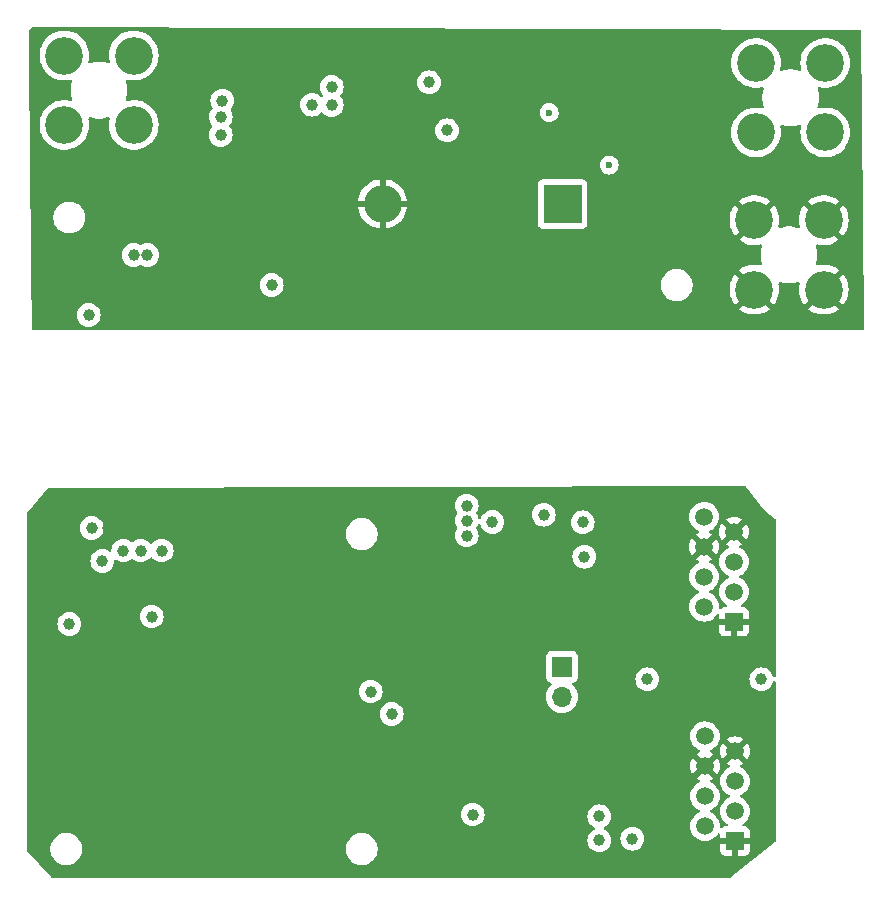
<source format=gbr>
%TF.GenerationSoftware,KiCad,Pcbnew,8.0.7*%
%TF.CreationDate,2025-03-13T19:28:30-05:00*%
%TF.ProjectId,motorboard,6d6f746f-7262-46f6-9172-642e6b696361,rev?*%
%TF.SameCoordinates,Original*%
%TF.FileFunction,Copper,L2,Inr*%
%TF.FilePolarity,Positive*%
%FSLAX46Y46*%
G04 Gerber Fmt 4.6, Leading zero omitted, Abs format (unit mm)*
G04 Created by KiCad (PCBNEW 8.0.7) date 2025-03-13 19:28:30*
%MOMM*%
%LPD*%
G01*
G04 APERTURE LIST*
%TA.AperFunction,ComponentPad*%
%ADD10R,3.200000X3.200000*%
%TD*%
%TA.AperFunction,ComponentPad*%
%ADD11O,3.200000X3.200000*%
%TD*%
%TA.AperFunction,ComponentPad*%
%ADD12R,1.500000X1.500000*%
%TD*%
%TA.AperFunction,ComponentPad*%
%ADD13C,1.500000*%
%TD*%
%TA.AperFunction,ComponentPad*%
%ADD14C,3.200000*%
%TD*%
%TA.AperFunction,ComponentPad*%
%ADD15R,1.700000X1.700000*%
%TD*%
%TA.AperFunction,ComponentPad*%
%ADD16O,1.700000X1.700000*%
%TD*%
%TA.AperFunction,ViaPad*%
%ADD17C,1.000000*%
%TD*%
%TA.AperFunction,ViaPad*%
%ADD18C,0.600000*%
%TD*%
G04 APERTURE END LIST*
D10*
%TO.N,Net-(D1-K)*%
%TO.C,D1*%
X153600000Y-76000000D03*
D11*
%TO.N,GND2*%
X138360000Y-76000000D03*
%TD*%
D12*
%TO.N,GND*%
%TO.C,J2*%
X168122800Y-111380500D03*
D13*
%TO.N,+12VL*%
X165582800Y-110110500D03*
X168122800Y-108840500D03*
%TO.N,/CAN/CAN_P*%
X165582800Y-107570500D03*
%TO.N,/CAN/CAN_N*%
X168122800Y-106300500D03*
%TO.N,GND*%
X165582800Y-105030500D03*
X168122800Y-103760500D03*
%TO.N,+12VL*%
X165582800Y-102490500D03*
%TD*%
D14*
%TO.N,GND2*%
%TO.C,J7*%
X169842000Y-77383000D03*
X169842000Y-83253000D03*
X175712000Y-77383000D03*
X175712000Y-83253000D03*
%TD*%
D12*
%TO.N,GND*%
%TO.C,J1*%
X168199000Y-129954500D03*
D13*
%TO.N,+12VL*%
X165659000Y-128684500D03*
X168199000Y-127414500D03*
%TO.N,/CAN/CAN_P*%
X165659000Y-126144500D03*
%TO.N,/CAN/CAN_N*%
X168199000Y-124874500D03*
%TO.N,GND*%
X165659000Y-123604500D03*
X168199000Y-122334500D03*
%TO.N,+12VL*%
X165659000Y-121064500D03*
%TD*%
D15*
%TO.N,Net-(J3-Pin_1)*%
%TO.C,J3*%
X153550001Y-115194200D03*
D16*
%TO.N,Net-(J3-Pin_2)*%
X153550001Y-117734200D03*
%TD*%
D14*
%TO.N,/THROTTLE_OUT*%
%TO.C,J6*%
X111422000Y-63441000D03*
X111422000Y-69311000D03*
X117292000Y-63441000D03*
X117292000Y-69311000D03*
%TD*%
%TO.N,/TSV_Power/84VH*%
%TO.C,J4*%
X169969000Y-64076000D03*
X169969000Y-69946000D03*
X175839000Y-64076000D03*
X175839000Y-69946000D03*
%TD*%
D17*
%TO.N,/CAN/CAN_N*%
X170428800Y-116242000D03*
X160776800Y-116242000D03*
D18*
%TO.N,GND*%
X159075000Y-116528000D03*
X140914000Y-123386000D03*
X118943000Y-101161000D03*
X135834000Y-123259000D03*
D17*
X136977000Y-115893000D03*
D18*
X154630000Y-130244000D03*
D17*
X137104000Y-111194000D03*
X148584800Y-107150700D03*
X152140800Y-106642700D03*
D18*
X152979000Y-130117000D03*
D17*
X112212000Y-106368000D03*
X134056000Y-111194000D03*
X147314800Y-107150700D03*
D18*
X138501000Y-123132000D03*
D17*
X133802000Y-114496000D03*
X115133000Y-103447000D03*
X157474800Y-102832700D03*
X153410800Y-106642700D03*
D18*
X148153000Y-130498000D03*
X158313000Y-126815000D03*
D17*
%TO.N,+3.3VL*%
X145486000Y-104082000D03*
X147645000Y-102939000D03*
X113736000Y-103447000D03*
X139136000Y-119195000D03*
X145486000Y-101542000D03*
X152013800Y-102324700D03*
X145486000Y-102812000D03*
X114625000Y-106241000D03*
%TO.N,+5VL*%
X145994000Y-127704000D03*
X137358000Y-117290000D03*
X111831000Y-111575000D03*
%TO.N,GND2*%
X126528751Y-80957450D03*
X128341000Y-64203000D03*
X159315000Y-72063000D03*
X161855000Y-63427000D03*
X139249000Y-71047000D03*
X120594000Y-83761000D03*
X115260000Y-84396000D03*
X123007000Y-78427000D03*
X165171000Y-74744000D03*
X155251000Y-63173000D03*
D18*
X157551000Y-80967000D03*
D17*
X144470000Y-65346000D03*
X123007000Y-80459000D03*
X142184000Y-62552000D03*
X119705000Y-82745000D03*
X126055000Y-64203000D03*
X131375000Y-70285000D03*
%TO.N,/TSV_Power/+15V*%
X142297000Y-65701663D03*
X143821000Y-69777000D03*
D18*
%TO.N,Net-(D2-A)*%
X157551000Y-72712000D03*
X152471000Y-68267000D03*
D17*
%TO.N,+3.3VH*%
X124658000Y-70172000D03*
X124658000Y-68648000D03*
X117299301Y-80332000D03*
X124785000Y-67251000D03*
X113482000Y-85412000D03*
X118442301Y-80332000D03*
%TO.N,+12VH*%
X128976000Y-82872000D03*
X132391000Y-67618000D03*
X134056000Y-66108000D03*
X134056000Y-67632000D03*
%TO.N,+12VL*%
X155315800Y-102959700D03*
X156712800Y-129883700D03*
X156712800Y-127851700D03*
X155442800Y-105880700D03*
X159506800Y-129756700D03*
%TO.N,/CS*%
X116403000Y-105352000D03*
X118816000Y-110940000D03*
%TO.N,/SCK*%
X117879256Y-105352000D03*
X119660256Y-105352000D03*
%TD*%
%TA.AperFunction,Conductor*%
%TO.N,GND*%
G36*
X169112915Y-99910674D02*
G01*
X169145300Y-99940733D01*
X170631999Y-101923000D01*
X171598400Y-102647800D01*
X171640221Y-102703771D01*
X171648000Y-102747000D01*
X171648000Y-115978606D01*
X171628315Y-116045645D01*
X171575511Y-116091400D01*
X171506353Y-116101344D01*
X171442797Y-116072319D01*
X171405340Y-116014602D01*
X171357613Y-115857271D01*
X171264713Y-115683467D01*
X171264709Y-115683460D01*
X171139683Y-115531116D01*
X170987339Y-115406090D01*
X170987332Y-115406086D01*
X170813533Y-115313188D01*
X170813527Y-115313186D01*
X170624932Y-115255976D01*
X170624929Y-115255975D01*
X170428800Y-115236659D01*
X170232670Y-115255975D01*
X170044066Y-115313188D01*
X169870267Y-115406086D01*
X169870260Y-115406090D01*
X169717916Y-115531116D01*
X169592890Y-115683460D01*
X169592886Y-115683467D01*
X169499988Y-115857266D01*
X169442775Y-116045870D01*
X169423459Y-116242000D01*
X169442775Y-116438129D01*
X169442776Y-116438132D01*
X169472770Y-116537010D01*
X169499988Y-116626733D01*
X169592886Y-116800532D01*
X169592890Y-116800539D01*
X169717916Y-116952883D01*
X169870260Y-117077909D01*
X169870267Y-117077913D01*
X170044066Y-117170811D01*
X170044069Y-117170811D01*
X170044073Y-117170814D01*
X170232668Y-117228024D01*
X170428800Y-117247341D01*
X170624932Y-117228024D01*
X170813527Y-117170814D01*
X170987338Y-117077910D01*
X171139683Y-116952883D01*
X171264710Y-116800538D01*
X171357614Y-116626727D01*
X171405339Y-116469396D01*
X171443637Y-116410959D01*
X171507449Y-116382503D01*
X171576516Y-116393063D01*
X171628910Y-116439287D01*
X171648000Y-116505393D01*
X171648000Y-129930402D01*
X171628315Y-129997441D01*
X171601462Y-130027230D01*
X167871965Y-133010828D01*
X167807319Y-133037336D01*
X167794503Y-133038000D01*
X110361178Y-133038000D01*
X110294139Y-133018315D01*
X110270192Y-132998247D01*
X108300514Y-130870995D01*
X108269410Y-130808430D01*
X108267500Y-130786748D01*
X108267500Y-130518713D01*
X110226500Y-130518713D01*
X110226500Y-130731287D01*
X110229835Y-130752344D01*
X110239263Y-130811872D01*
X110259754Y-130941243D01*
X110261492Y-130946593D01*
X110325444Y-131143414D01*
X110421951Y-131332820D01*
X110546890Y-131504786D01*
X110697213Y-131655109D01*
X110869179Y-131780048D01*
X110869181Y-131780049D01*
X110869184Y-131780051D01*
X111058588Y-131876557D01*
X111260757Y-131942246D01*
X111470713Y-131975500D01*
X111470714Y-131975500D01*
X111683286Y-131975500D01*
X111683287Y-131975500D01*
X111893243Y-131942246D01*
X112095412Y-131876557D01*
X112284816Y-131780051D01*
X112306789Y-131764086D01*
X112456786Y-131655109D01*
X112456788Y-131655106D01*
X112456792Y-131655104D01*
X112607104Y-131504792D01*
X112607106Y-131504788D01*
X112607109Y-131504786D01*
X112732048Y-131332820D01*
X112732047Y-131332820D01*
X112732051Y-131332816D01*
X112828557Y-131143412D01*
X112894246Y-130941243D01*
X112927500Y-130731287D01*
X112927500Y-130518713D01*
X135245500Y-130518713D01*
X135245500Y-130731287D01*
X135248835Y-130752344D01*
X135258263Y-130811872D01*
X135278754Y-130941243D01*
X135280492Y-130946593D01*
X135344444Y-131143414D01*
X135440951Y-131332820D01*
X135565890Y-131504786D01*
X135716213Y-131655109D01*
X135888179Y-131780048D01*
X135888181Y-131780049D01*
X135888184Y-131780051D01*
X136077588Y-131876557D01*
X136279757Y-131942246D01*
X136489713Y-131975500D01*
X136489714Y-131975500D01*
X136702286Y-131975500D01*
X136702287Y-131975500D01*
X136912243Y-131942246D01*
X137114412Y-131876557D01*
X137303816Y-131780051D01*
X137325789Y-131764086D01*
X137475786Y-131655109D01*
X137475788Y-131655106D01*
X137475792Y-131655104D01*
X137626104Y-131504792D01*
X137626106Y-131504788D01*
X137626109Y-131504786D01*
X137751048Y-131332820D01*
X137751047Y-131332820D01*
X137751051Y-131332816D01*
X137847557Y-131143412D01*
X137913246Y-130941243D01*
X137946500Y-130731287D01*
X137946500Y-130518713D01*
X137913246Y-130308757D01*
X137847557Y-130106588D01*
X137751051Y-129917184D01*
X137751049Y-129917181D01*
X137751048Y-129917179D01*
X137626109Y-129745213D01*
X137475786Y-129594890D01*
X137303820Y-129469951D01*
X137114414Y-129373444D01*
X137114413Y-129373443D01*
X137114412Y-129373443D01*
X136912243Y-129307754D01*
X136912241Y-129307753D01*
X136912240Y-129307753D01*
X136750957Y-129282208D01*
X136702287Y-129274500D01*
X136489713Y-129274500D01*
X136441042Y-129282208D01*
X136279760Y-129307753D01*
X136077585Y-129373444D01*
X135888179Y-129469951D01*
X135716213Y-129594890D01*
X135565890Y-129745213D01*
X135440951Y-129917179D01*
X135344444Y-130106585D01*
X135278753Y-130308760D01*
X135257612Y-130442239D01*
X135245500Y-130518713D01*
X112927500Y-130518713D01*
X112894246Y-130308757D01*
X112828557Y-130106588D01*
X112732051Y-129917184D01*
X112732049Y-129917181D01*
X112732048Y-129917179D01*
X112607109Y-129745213D01*
X112456786Y-129594890D01*
X112284820Y-129469951D01*
X112095414Y-129373444D01*
X112095413Y-129373443D01*
X112095412Y-129373443D01*
X111893243Y-129307754D01*
X111893241Y-129307753D01*
X111893240Y-129307753D01*
X111731957Y-129282208D01*
X111683287Y-129274500D01*
X111470713Y-129274500D01*
X111422042Y-129282208D01*
X111260760Y-129307753D01*
X111058585Y-129373444D01*
X110869179Y-129469951D01*
X110697213Y-129594890D01*
X110546890Y-129745213D01*
X110421951Y-129917179D01*
X110325444Y-130106585D01*
X110259753Y-130308760D01*
X110238612Y-130442239D01*
X110226500Y-130518713D01*
X108267500Y-130518713D01*
X108267500Y-127704000D01*
X144988659Y-127704000D01*
X145007975Y-127900129D01*
X145007976Y-127900132D01*
X145055519Y-128056861D01*
X145065188Y-128088733D01*
X145158086Y-128262532D01*
X145158090Y-128262539D01*
X145283116Y-128414883D01*
X145435460Y-128539909D01*
X145435467Y-128539913D01*
X145609266Y-128632811D01*
X145609269Y-128632811D01*
X145609273Y-128632814D01*
X145797868Y-128690024D01*
X145994000Y-128709341D01*
X146190132Y-128690024D01*
X146378727Y-128632814D01*
X146380230Y-128632011D01*
X146552532Y-128539913D01*
X146552538Y-128539910D01*
X146704883Y-128414883D01*
X146829910Y-128262538D01*
X146922814Y-128088727D01*
X146980024Y-127900132D01*
X146984794Y-127851700D01*
X155707459Y-127851700D01*
X155726775Y-128047829D01*
X155783988Y-128236433D01*
X155876886Y-128410232D01*
X155876890Y-128410239D01*
X156001916Y-128562583D01*
X156154260Y-128687609D01*
X156154267Y-128687614D01*
X156286590Y-128758342D01*
X156336435Y-128807304D01*
X156351895Y-128875442D01*
X156328063Y-128941122D01*
X156286590Y-128977058D01*
X156154267Y-129047785D01*
X156154260Y-129047790D01*
X156001916Y-129172816D01*
X155876890Y-129325160D01*
X155876886Y-129325167D01*
X155783988Y-129498966D01*
X155726775Y-129687570D01*
X155707459Y-129883700D01*
X155726775Y-130079829D01*
X155783988Y-130268433D01*
X155876886Y-130442232D01*
X155876890Y-130442239D01*
X156001916Y-130594583D01*
X156154260Y-130719609D01*
X156154267Y-130719613D01*
X156328066Y-130812511D01*
X156328069Y-130812511D01*
X156328073Y-130812514D01*
X156516668Y-130869724D01*
X156712800Y-130889041D01*
X156908932Y-130869724D01*
X157097527Y-130812514D01*
X157271338Y-130719610D01*
X157423683Y-130594583D01*
X157548710Y-130442238D01*
X157606297Y-130334500D01*
X157641611Y-130268433D01*
X157641611Y-130268432D01*
X157641614Y-130268427D01*
X157698824Y-130079832D01*
X157718141Y-129883700D01*
X157705633Y-129756700D01*
X158501459Y-129756700D01*
X158520775Y-129952829D01*
X158577988Y-130141433D01*
X158670886Y-130315232D01*
X158670890Y-130315239D01*
X158795916Y-130467583D01*
X158948260Y-130592609D01*
X158948267Y-130592613D01*
X159122066Y-130685511D01*
X159122069Y-130685511D01*
X159122073Y-130685514D01*
X159310668Y-130742724D01*
X159506800Y-130762041D01*
X159702932Y-130742724D01*
X159891527Y-130685514D01*
X160065338Y-130592610D01*
X160217683Y-130467583D01*
X160342710Y-130315238D01*
X160435614Y-130141427D01*
X160492824Y-129952832D01*
X160512141Y-129756700D01*
X160492824Y-129560568D01*
X160435614Y-129371973D01*
X160435611Y-129371969D01*
X160435611Y-129371966D01*
X160342713Y-129198167D01*
X160342709Y-129198160D01*
X160217683Y-129045816D01*
X160065339Y-128920790D01*
X160065332Y-128920786D01*
X159891533Y-128827888D01*
X159891527Y-128827886D01*
X159702932Y-128770676D01*
X159702929Y-128770675D01*
X159506800Y-128751359D01*
X159310670Y-128770675D01*
X159122066Y-128827888D01*
X158948267Y-128920786D01*
X158948260Y-128920790D01*
X158795916Y-129045816D01*
X158670890Y-129198160D01*
X158670886Y-129198167D01*
X158577988Y-129371966D01*
X158520775Y-129560570D01*
X158501459Y-129756700D01*
X157705633Y-129756700D01*
X157698824Y-129687568D01*
X157641614Y-129498973D01*
X157641611Y-129498969D01*
X157641611Y-129498966D01*
X157548713Y-129325167D01*
X157548709Y-129325160D01*
X157423683Y-129172816D01*
X157271339Y-129047790D01*
X157271332Y-129047786D01*
X157139009Y-128977058D01*
X157089165Y-128928096D01*
X157073704Y-128859958D01*
X157097536Y-128794279D01*
X157139009Y-128758342D01*
X157246719Y-128700769D01*
X157271338Y-128687610D01*
X157423683Y-128562583D01*
X157548710Y-128410238D01*
X157627657Y-128262539D01*
X157641611Y-128236433D01*
X157641611Y-128236432D01*
X157641614Y-128236427D01*
X157698824Y-128047832D01*
X157718141Y-127851700D01*
X157698824Y-127655568D01*
X157641614Y-127466973D01*
X157641611Y-127466969D01*
X157641611Y-127466966D01*
X157548713Y-127293167D01*
X157548709Y-127293160D01*
X157423683Y-127140816D01*
X157271339Y-127015790D01*
X157271332Y-127015786D01*
X157097533Y-126922888D01*
X157097527Y-126922886D01*
X156908932Y-126865676D01*
X156908929Y-126865675D01*
X156712800Y-126846359D01*
X156516670Y-126865675D01*
X156328066Y-126922888D01*
X156154267Y-127015786D01*
X156154260Y-127015790D01*
X156001916Y-127140816D01*
X155876890Y-127293160D01*
X155876886Y-127293167D01*
X155783988Y-127466966D01*
X155726775Y-127655570D01*
X155707459Y-127851700D01*
X146984794Y-127851700D01*
X146999341Y-127704000D01*
X146980024Y-127507868D01*
X146922814Y-127319273D01*
X146922811Y-127319269D01*
X146922811Y-127319266D01*
X146829913Y-127145467D01*
X146829909Y-127145460D01*
X146704883Y-126993116D01*
X146552539Y-126868090D01*
X146552532Y-126868086D01*
X146378733Y-126775188D01*
X146378727Y-126775186D01*
X146190132Y-126717976D01*
X146190129Y-126717975D01*
X145994000Y-126698659D01*
X145797870Y-126717975D01*
X145609266Y-126775188D01*
X145435467Y-126868086D01*
X145435460Y-126868090D01*
X145283116Y-126993116D01*
X145158090Y-127145460D01*
X145158086Y-127145467D01*
X145065188Y-127319266D01*
X145007975Y-127507870D01*
X144988659Y-127704000D01*
X108267500Y-127704000D01*
X108267500Y-121064497D01*
X164403723Y-121064497D01*
X164403723Y-121064502D01*
X164422793Y-121282475D01*
X164422793Y-121282479D01*
X164479422Y-121493822D01*
X164479424Y-121493826D01*
X164479425Y-121493830D01*
X164525661Y-121592984D01*
X164571897Y-121692138D01*
X164582384Y-121707115D01*
X164697402Y-121871377D01*
X164852123Y-122026098D01*
X165031361Y-122151602D01*
X165109041Y-122187825D01*
X165183175Y-122222394D01*
X165235614Y-122268566D01*
X165254766Y-122335760D01*
X165234550Y-122402641D01*
X165183175Y-122447158D01*
X165031614Y-122517832D01*
X165031612Y-122517833D01*
X164969428Y-122561375D01*
X164969427Y-122561375D01*
X165632554Y-123224500D01*
X165608972Y-123224500D01*
X165512325Y-123250396D01*
X165425675Y-123300424D01*
X165354924Y-123371175D01*
X165304896Y-123457825D01*
X165279000Y-123554472D01*
X165279000Y-123578052D01*
X164615875Y-122914927D01*
X164615875Y-122914928D01*
X164572333Y-122977112D01*
X164572332Y-122977114D01*
X164479898Y-123175340D01*
X164479894Y-123175349D01*
X164423289Y-123386605D01*
X164423287Y-123386615D01*
X164404225Y-123604499D01*
X164404225Y-123604500D01*
X164423287Y-123822384D01*
X164423289Y-123822394D01*
X164479894Y-124033650D01*
X164479898Y-124033659D01*
X164572333Y-124231887D01*
X164615874Y-124294071D01*
X165279000Y-123630945D01*
X165279000Y-123654528D01*
X165304896Y-123751175D01*
X165354924Y-123837825D01*
X165425675Y-123908576D01*
X165512325Y-123958604D01*
X165608972Y-123984500D01*
X165632553Y-123984500D01*
X164969427Y-124647624D01*
X165031613Y-124691167D01*
X165031615Y-124691168D01*
X165183174Y-124761841D01*
X165235614Y-124808013D01*
X165254766Y-124875206D01*
X165234551Y-124942088D01*
X165183176Y-124986605D01*
X165031358Y-125057400D01*
X165031357Y-125057400D01*
X164852121Y-125182902D01*
X164697402Y-125337621D01*
X164571900Y-125516857D01*
X164571898Y-125516861D01*
X164479426Y-125715168D01*
X164479422Y-125715177D01*
X164422793Y-125926520D01*
X164422793Y-125926524D01*
X164403723Y-126144497D01*
X164403723Y-126144502D01*
X164422793Y-126362475D01*
X164422793Y-126362479D01*
X164479422Y-126573822D01*
X164479424Y-126573826D01*
X164479425Y-126573830D01*
X164525661Y-126672984D01*
X164571897Y-126772138D01*
X164582206Y-126786861D01*
X164697402Y-126951377D01*
X164852123Y-127106098D01*
X164981265Y-127196524D01*
X165031361Y-127231602D01*
X165182583Y-127302118D01*
X165235022Y-127348290D01*
X165254174Y-127415484D01*
X165233958Y-127482365D01*
X165182583Y-127526882D01*
X165031361Y-127597398D01*
X165031357Y-127597400D01*
X164852121Y-127722902D01*
X164697402Y-127877621D01*
X164571900Y-128056857D01*
X164571898Y-128056861D01*
X164479426Y-128255168D01*
X164479422Y-128255177D01*
X164422793Y-128466520D01*
X164422793Y-128466524D01*
X164403723Y-128684497D01*
X164403723Y-128684502D01*
X164403995Y-128687609D01*
X164416267Y-128827888D01*
X164422793Y-128902475D01*
X164422793Y-128902479D01*
X164479422Y-129113822D01*
X164479424Y-129113826D01*
X164479425Y-129113830D01*
X164499395Y-129156655D01*
X164571897Y-129312138D01*
X164571898Y-129312139D01*
X164697402Y-129491377D01*
X164852123Y-129646098D01*
X165031361Y-129771602D01*
X165229670Y-129864075D01*
X165441023Y-129920707D01*
X165623926Y-129936708D01*
X165658998Y-129939777D01*
X165659000Y-129939777D01*
X165659002Y-129939777D01*
X165687254Y-129937305D01*
X165876977Y-129920707D01*
X166088330Y-129864075D01*
X166286639Y-129771602D01*
X166465877Y-129646098D01*
X166620598Y-129491377D01*
X166723426Y-129344522D01*
X166778002Y-129300899D01*
X166847501Y-129293707D01*
X166909855Y-129325229D01*
X166945269Y-129385459D01*
X166949000Y-129415648D01*
X166949000Y-129704500D01*
X167911599Y-129704500D01*
X167894924Y-129721175D01*
X167844896Y-129807825D01*
X167819000Y-129904472D01*
X167819000Y-130004528D01*
X167844896Y-130101175D01*
X167894924Y-130187825D01*
X167911599Y-130204500D01*
X166949000Y-130204500D01*
X166949000Y-130752344D01*
X166955401Y-130811872D01*
X166955403Y-130811879D01*
X167005645Y-130946586D01*
X167005649Y-130946593D01*
X167091809Y-131061687D01*
X167091812Y-131061690D01*
X167206906Y-131147850D01*
X167206913Y-131147854D01*
X167341620Y-131198096D01*
X167341627Y-131198098D01*
X167401155Y-131204499D01*
X167401172Y-131204500D01*
X167949000Y-131204500D01*
X167949000Y-130241901D01*
X167965675Y-130258576D01*
X168052325Y-130308604D01*
X168148972Y-130334500D01*
X168249028Y-130334500D01*
X168345675Y-130308604D01*
X168432325Y-130258576D01*
X168449000Y-130241901D01*
X168449000Y-131204500D01*
X168996828Y-131204500D01*
X168996844Y-131204499D01*
X169056372Y-131198098D01*
X169056379Y-131198096D01*
X169191086Y-131147854D01*
X169191093Y-131147850D01*
X169306187Y-131061690D01*
X169306190Y-131061687D01*
X169392350Y-130946593D01*
X169392354Y-130946586D01*
X169442596Y-130811879D01*
X169442598Y-130811872D01*
X169448999Y-130752344D01*
X169449000Y-130752327D01*
X169449000Y-130204500D01*
X168486401Y-130204500D01*
X168503076Y-130187825D01*
X168553104Y-130101175D01*
X168579000Y-130004528D01*
X168579000Y-129904472D01*
X168553104Y-129807825D01*
X168503076Y-129721175D01*
X168486401Y-129704500D01*
X169449000Y-129704500D01*
X169449000Y-129156672D01*
X169448999Y-129156655D01*
X169442598Y-129097127D01*
X169442596Y-129097120D01*
X169392354Y-128962413D01*
X169392350Y-128962406D01*
X169306190Y-128847312D01*
X169306187Y-128847309D01*
X169191093Y-128761149D01*
X169191086Y-128761145D01*
X169056379Y-128710903D01*
X169056372Y-128710901D01*
X168996844Y-128704500D01*
X168930148Y-128704500D01*
X168863109Y-128684815D01*
X168817354Y-128632011D01*
X168807410Y-128562853D01*
X168836435Y-128499297D01*
X168859020Y-128478928D01*
X169005877Y-128376098D01*
X169160598Y-128221377D01*
X169286102Y-128042139D01*
X169378575Y-127843830D01*
X169435207Y-127632477D01*
X169454277Y-127414500D01*
X169435207Y-127196523D01*
X169386779Y-127015786D01*
X169378577Y-126985177D01*
X169378576Y-126985176D01*
X169378575Y-126985170D01*
X169286102Y-126786862D01*
X169286100Y-126786859D01*
X169286099Y-126786857D01*
X169160599Y-126607624D01*
X169126797Y-126573822D01*
X169005877Y-126452902D01*
X168826639Y-126327398D01*
X168675414Y-126256881D01*
X168622977Y-126210710D01*
X168603825Y-126143516D01*
X168624041Y-126076635D01*
X168675414Y-126032118D01*
X168826639Y-125961602D01*
X169005877Y-125836098D01*
X169160598Y-125681377D01*
X169286102Y-125502139D01*
X169378575Y-125303830D01*
X169435207Y-125092477D01*
X169454277Y-124874500D01*
X169435207Y-124656523D01*
X169378575Y-124445170D01*
X169286102Y-124246862D01*
X169286100Y-124246859D01*
X169286099Y-124246857D01*
X169160599Y-124067624D01*
X169126625Y-124033650D01*
X169005877Y-123912902D01*
X168826639Y-123787398D01*
X168826640Y-123787398D01*
X168826638Y-123787397D01*
X168674824Y-123716605D01*
X168622385Y-123670432D01*
X168603233Y-123603239D01*
X168623449Y-123536358D01*
X168674825Y-123491840D01*
X168826388Y-123421166D01*
X168888571Y-123377624D01*
X168225448Y-122714500D01*
X168249028Y-122714500D01*
X168345675Y-122688604D01*
X168432325Y-122638576D01*
X168503076Y-122567825D01*
X168553104Y-122481175D01*
X168579000Y-122384528D01*
X168579000Y-122360946D01*
X169242124Y-123024070D01*
X169285668Y-122961885D01*
X169285669Y-122961883D01*
X169378100Y-122763664D01*
X169378105Y-122763650D01*
X169434710Y-122552394D01*
X169434712Y-122552384D01*
X169453775Y-122334500D01*
X169453775Y-122334499D01*
X169434712Y-122116615D01*
X169434710Y-122116605D01*
X169378105Y-121905349D01*
X169378101Y-121905340D01*
X169285668Y-121707115D01*
X169242123Y-121644928D01*
X168579000Y-122308051D01*
X168579000Y-122284472D01*
X168553104Y-122187825D01*
X168503076Y-122101175D01*
X168432325Y-122030424D01*
X168345675Y-121980396D01*
X168249028Y-121954500D01*
X168225447Y-121954500D01*
X168888571Y-121291374D01*
X168826387Y-121247833D01*
X168628159Y-121155398D01*
X168628150Y-121155394D01*
X168416894Y-121098789D01*
X168416884Y-121098787D01*
X168199001Y-121079725D01*
X168198999Y-121079725D01*
X167981115Y-121098787D01*
X167981105Y-121098789D01*
X167769849Y-121155394D01*
X167769840Y-121155398D01*
X167571614Y-121247832D01*
X167571612Y-121247833D01*
X167509428Y-121291375D01*
X167509427Y-121291375D01*
X168172554Y-121954500D01*
X168148972Y-121954500D01*
X168052325Y-121980396D01*
X167965675Y-122030424D01*
X167894924Y-122101175D01*
X167844896Y-122187825D01*
X167819000Y-122284472D01*
X167819000Y-122308052D01*
X167155875Y-121644927D01*
X167155875Y-121644928D01*
X167112333Y-121707112D01*
X167112332Y-121707114D01*
X167019898Y-121905340D01*
X167019894Y-121905349D01*
X166963289Y-122116605D01*
X166963287Y-122116615D01*
X166944225Y-122334499D01*
X166944225Y-122334500D01*
X166963287Y-122552384D01*
X166963289Y-122552394D01*
X167019894Y-122763650D01*
X167019898Y-122763659D01*
X167112333Y-122961887D01*
X167155874Y-123024071D01*
X167819000Y-122360945D01*
X167819000Y-122384528D01*
X167844896Y-122481175D01*
X167894924Y-122567825D01*
X167965675Y-122638576D01*
X168052325Y-122688604D01*
X168148972Y-122714500D01*
X168172553Y-122714500D01*
X167509427Y-123377624D01*
X167571613Y-123421167D01*
X167571615Y-123421168D01*
X167723174Y-123491841D01*
X167775614Y-123538013D01*
X167794766Y-123605206D01*
X167774551Y-123672088D01*
X167723176Y-123716605D01*
X167571358Y-123787400D01*
X167571357Y-123787400D01*
X167392121Y-123912902D01*
X167237402Y-124067621D01*
X167111900Y-124246857D01*
X167111898Y-124246861D01*
X167019426Y-124445168D01*
X167019422Y-124445177D01*
X166962793Y-124656520D01*
X166962793Y-124656524D01*
X166943723Y-124874497D01*
X166943723Y-124874502D01*
X166962793Y-125092475D01*
X166962793Y-125092479D01*
X167019422Y-125303822D01*
X167019424Y-125303826D01*
X167019425Y-125303830D01*
X167065661Y-125402984D01*
X167111897Y-125502138D01*
X167122206Y-125516861D01*
X167237402Y-125681377D01*
X167392123Y-125836098D01*
X167521265Y-125926524D01*
X167571361Y-125961602D01*
X167722583Y-126032118D01*
X167775022Y-126078290D01*
X167794174Y-126145484D01*
X167773958Y-126212365D01*
X167722583Y-126256882D01*
X167571361Y-126327398D01*
X167571357Y-126327400D01*
X167392121Y-126452902D01*
X167237402Y-126607621D01*
X167111900Y-126786857D01*
X167111898Y-126786861D01*
X167019426Y-126985168D01*
X167019422Y-126985177D01*
X166962793Y-127196520D01*
X166962793Y-127196524D01*
X166943723Y-127414497D01*
X166943723Y-127414502D01*
X166962793Y-127632475D01*
X166962793Y-127632479D01*
X167019422Y-127843822D01*
X167019424Y-127843826D01*
X167019425Y-127843830D01*
X167045678Y-127900129D01*
X167111897Y-128042138D01*
X167122206Y-128056861D01*
X167237402Y-128221377D01*
X167392123Y-128376098D01*
X167538977Y-128478926D01*
X167582601Y-128533502D01*
X167589793Y-128603001D01*
X167558271Y-128665355D01*
X167498041Y-128700769D01*
X167467852Y-128704500D01*
X167401155Y-128704500D01*
X167341627Y-128710901D01*
X167341620Y-128710903D01*
X167206913Y-128761145D01*
X167206907Y-128761149D01*
X167108600Y-128834741D01*
X167043136Y-128859158D01*
X166974863Y-128844306D01*
X166925458Y-128794901D01*
X166910606Y-128726628D01*
X166910750Y-128724813D01*
X166914277Y-128684500D01*
X166895207Y-128466523D01*
X166838575Y-128255170D01*
X166746102Y-128056862D01*
X166746100Y-128056859D01*
X166746099Y-128056857D01*
X166620599Y-127877624D01*
X166586797Y-127843822D01*
X166465877Y-127722902D01*
X166286639Y-127597398D01*
X166135414Y-127526881D01*
X166082977Y-127480710D01*
X166063825Y-127413516D01*
X166084041Y-127346635D01*
X166135414Y-127302118D01*
X166286639Y-127231602D01*
X166465877Y-127106098D01*
X166620598Y-126951377D01*
X166746102Y-126772139D01*
X166838575Y-126573830D01*
X166895207Y-126362477D01*
X166914277Y-126144500D01*
X166895207Y-125926523D01*
X166838575Y-125715170D01*
X166746102Y-125516862D01*
X166746100Y-125516859D01*
X166746099Y-125516857D01*
X166620599Y-125337624D01*
X166586797Y-125303822D01*
X166465877Y-125182902D01*
X166286639Y-125057398D01*
X166286640Y-125057398D01*
X166286638Y-125057397D01*
X166134824Y-124986605D01*
X166082385Y-124940432D01*
X166063233Y-124873239D01*
X166083449Y-124806358D01*
X166134825Y-124761840D01*
X166286388Y-124691166D01*
X166348571Y-124647624D01*
X165685448Y-123984500D01*
X165709028Y-123984500D01*
X165805675Y-123958604D01*
X165892325Y-123908576D01*
X165963076Y-123837825D01*
X166013104Y-123751175D01*
X166039000Y-123654528D01*
X166039000Y-123630946D01*
X166702124Y-124294070D01*
X166745668Y-124231885D01*
X166745669Y-124231883D01*
X166838100Y-124033664D01*
X166838105Y-124033650D01*
X166894710Y-123822394D01*
X166894712Y-123822384D01*
X166913775Y-123604500D01*
X166913775Y-123604499D01*
X166894712Y-123386615D01*
X166894710Y-123386605D01*
X166838105Y-123175349D01*
X166838101Y-123175340D01*
X166745668Y-122977115D01*
X166702123Y-122914928D01*
X166039000Y-123578051D01*
X166039000Y-123554472D01*
X166013104Y-123457825D01*
X165963076Y-123371175D01*
X165892325Y-123300424D01*
X165805675Y-123250396D01*
X165709028Y-123224500D01*
X165685447Y-123224500D01*
X166348571Y-122561374D01*
X166286387Y-122517833D01*
X166134824Y-122447158D01*
X166082385Y-122400986D01*
X166063233Y-122333792D01*
X166083449Y-122266911D01*
X166134822Y-122222395D01*
X166286639Y-122151602D01*
X166465877Y-122026098D01*
X166620598Y-121871377D01*
X166746102Y-121692139D01*
X166838575Y-121493830D01*
X166895207Y-121282477D01*
X166914277Y-121064500D01*
X166895207Y-120846523D01*
X166838575Y-120635170D01*
X166746102Y-120436862D01*
X166746100Y-120436859D01*
X166746099Y-120436857D01*
X166620599Y-120257624D01*
X166543999Y-120181024D01*
X166465877Y-120102902D01*
X166286639Y-119977398D01*
X166286640Y-119977398D01*
X166286638Y-119977397D01*
X166187484Y-119931161D01*
X166088330Y-119884925D01*
X166088326Y-119884924D01*
X166088322Y-119884922D01*
X165876977Y-119828293D01*
X165659002Y-119809223D01*
X165658998Y-119809223D01*
X165513682Y-119821936D01*
X165441023Y-119828293D01*
X165441020Y-119828293D01*
X165229677Y-119884922D01*
X165229668Y-119884926D01*
X165031361Y-119977398D01*
X165031357Y-119977400D01*
X164852121Y-120102902D01*
X164697402Y-120257621D01*
X164571900Y-120436857D01*
X164571898Y-120436861D01*
X164479426Y-120635168D01*
X164479422Y-120635177D01*
X164422793Y-120846520D01*
X164422793Y-120846524D01*
X164403723Y-121064497D01*
X108267500Y-121064497D01*
X108267500Y-119195000D01*
X138130659Y-119195000D01*
X138149975Y-119391129D01*
X138207188Y-119579733D01*
X138300086Y-119753532D01*
X138300090Y-119753539D01*
X138425116Y-119905883D01*
X138577460Y-120030909D01*
X138577467Y-120030913D01*
X138751266Y-120123811D01*
X138751269Y-120123811D01*
X138751273Y-120123814D01*
X138939868Y-120181024D01*
X139136000Y-120200341D01*
X139332132Y-120181024D01*
X139520727Y-120123814D01*
X139694538Y-120030910D01*
X139846883Y-119905883D01*
X139971910Y-119753538D01*
X140064814Y-119579727D01*
X140122024Y-119391132D01*
X140141341Y-119195000D01*
X140122024Y-118998868D01*
X140064814Y-118810273D01*
X140064811Y-118810269D01*
X140064811Y-118810266D01*
X139971913Y-118636467D01*
X139971909Y-118636460D01*
X139846883Y-118484116D01*
X139694539Y-118359090D01*
X139694532Y-118359086D01*
X139520733Y-118266188D01*
X139520727Y-118266186D01*
X139364563Y-118218814D01*
X139332129Y-118208975D01*
X139136000Y-118189659D01*
X138939870Y-118208975D01*
X138751266Y-118266188D01*
X138577467Y-118359086D01*
X138577460Y-118359090D01*
X138425116Y-118484116D01*
X138300090Y-118636460D01*
X138300086Y-118636467D01*
X138207188Y-118810266D01*
X138149975Y-118998870D01*
X138130659Y-119195000D01*
X108267500Y-119195000D01*
X108267500Y-117290000D01*
X136352659Y-117290000D01*
X136371975Y-117486129D01*
X136429188Y-117674733D01*
X136522086Y-117848532D01*
X136522090Y-117848539D01*
X136647116Y-118000883D01*
X136799460Y-118125909D01*
X136799467Y-118125913D01*
X136973266Y-118218811D01*
X136973269Y-118218811D01*
X136973273Y-118218814D01*
X137161868Y-118276024D01*
X137358000Y-118295341D01*
X137554132Y-118276024D01*
X137742727Y-118218814D01*
X137761135Y-118208975D01*
X137916532Y-118125913D01*
X137916538Y-118125910D01*
X138068883Y-118000883D01*
X138193910Y-117848538D01*
X138255026Y-117734199D01*
X152194342Y-117734199D01*
X152194342Y-117734200D01*
X152214937Y-117969603D01*
X152214939Y-117969613D01*
X152276095Y-118197855D01*
X152276097Y-118197859D01*
X152276098Y-118197863D01*
X152321553Y-118295341D01*
X152375966Y-118412030D01*
X152375968Y-118412034D01*
X152484282Y-118566721D01*
X152511506Y-118605601D01*
X152678600Y-118772695D01*
X152732257Y-118810266D01*
X152872166Y-118908232D01*
X152872168Y-118908233D01*
X152872171Y-118908235D01*
X153086338Y-119008103D01*
X153314593Y-119069263D01*
X153502919Y-119085739D01*
X153550000Y-119089859D01*
X153550001Y-119089859D01*
X153550002Y-119089859D01*
X153589235Y-119086426D01*
X153785409Y-119069263D01*
X154013664Y-119008103D01*
X154227831Y-118908235D01*
X154421402Y-118772695D01*
X154588496Y-118605601D01*
X154724036Y-118412030D01*
X154823904Y-118197863D01*
X154885064Y-117969608D01*
X154905660Y-117734200D01*
X154885064Y-117498792D01*
X154823904Y-117270537D01*
X154724036Y-117056371D01*
X154651573Y-116952883D01*
X154588497Y-116862800D01*
X154588496Y-116862799D01*
X154466568Y-116740871D01*
X154433085Y-116679551D01*
X154438069Y-116609859D01*
X154479940Y-116553925D01*
X154510916Y-116537010D01*
X154642332Y-116487996D01*
X154757547Y-116401746D01*
X154843797Y-116286531D01*
X154860406Y-116242000D01*
X159771459Y-116242000D01*
X159790775Y-116438129D01*
X159790776Y-116438132D01*
X159820770Y-116537010D01*
X159847988Y-116626733D01*
X159940886Y-116800532D01*
X159940890Y-116800539D01*
X160065916Y-116952883D01*
X160218260Y-117077909D01*
X160218267Y-117077913D01*
X160392066Y-117170811D01*
X160392069Y-117170811D01*
X160392073Y-117170814D01*
X160580668Y-117228024D01*
X160776800Y-117247341D01*
X160972932Y-117228024D01*
X161161527Y-117170814D01*
X161335338Y-117077910D01*
X161487683Y-116952883D01*
X161612710Y-116800538D01*
X161705614Y-116626727D01*
X161762824Y-116438132D01*
X161782141Y-116242000D01*
X161762824Y-116045868D01*
X161705614Y-115857273D01*
X161705611Y-115857269D01*
X161705611Y-115857266D01*
X161612713Y-115683467D01*
X161612709Y-115683460D01*
X161487683Y-115531116D01*
X161335339Y-115406090D01*
X161335332Y-115406086D01*
X161161533Y-115313188D01*
X161161527Y-115313186D01*
X160972932Y-115255976D01*
X160972929Y-115255975D01*
X160776800Y-115236659D01*
X160580670Y-115255975D01*
X160392066Y-115313188D01*
X160218267Y-115406086D01*
X160218260Y-115406090D01*
X160065916Y-115531116D01*
X159940890Y-115683460D01*
X159940886Y-115683467D01*
X159847988Y-115857266D01*
X159790775Y-116045870D01*
X159771459Y-116242000D01*
X154860406Y-116242000D01*
X154894092Y-116151683D01*
X154900501Y-116092073D01*
X154900500Y-114296328D01*
X154894092Y-114236717D01*
X154843797Y-114101869D01*
X154843796Y-114101868D01*
X154843794Y-114101864D01*
X154757548Y-113986655D01*
X154757545Y-113986652D01*
X154642336Y-113900406D01*
X154642329Y-113900402D01*
X154507483Y-113850108D01*
X154507484Y-113850108D01*
X154447884Y-113843701D01*
X154447882Y-113843700D01*
X154447874Y-113843700D01*
X154447865Y-113843700D01*
X152652130Y-113843700D01*
X152652124Y-113843701D01*
X152592517Y-113850108D01*
X152457672Y-113900402D01*
X152457665Y-113900406D01*
X152342456Y-113986652D01*
X152342453Y-113986655D01*
X152256207Y-114101864D01*
X152256203Y-114101871D01*
X152205909Y-114236717D01*
X152199502Y-114296316D01*
X152199502Y-114296323D01*
X152199501Y-114296335D01*
X152199501Y-116092070D01*
X152199502Y-116092076D01*
X152205909Y-116151683D01*
X152256203Y-116286528D01*
X152256207Y-116286535D01*
X152342453Y-116401744D01*
X152342456Y-116401747D01*
X152457665Y-116487993D01*
X152457672Y-116487997D01*
X152589082Y-116537010D01*
X152645016Y-116578881D01*
X152669433Y-116644345D01*
X152654581Y-116712618D01*
X152633431Y-116740873D01*
X152511504Y-116862800D01*
X152375966Y-117056369D01*
X152375965Y-117056371D01*
X152276099Y-117270535D01*
X152276095Y-117270544D01*
X152214939Y-117498786D01*
X152214937Y-117498796D01*
X152194342Y-117734199D01*
X138255026Y-117734199D01*
X138286814Y-117674727D01*
X138344024Y-117486132D01*
X138363341Y-117290000D01*
X138344024Y-117093868D01*
X138286814Y-116905273D01*
X138286811Y-116905269D01*
X138286811Y-116905266D01*
X138193913Y-116731467D01*
X138193909Y-116731460D01*
X138068883Y-116579116D01*
X137916539Y-116454090D01*
X137916532Y-116454086D01*
X137742733Y-116361188D01*
X137742727Y-116361186D01*
X137554132Y-116303976D01*
X137554129Y-116303975D01*
X137358000Y-116284659D01*
X137161870Y-116303975D01*
X136973266Y-116361188D01*
X136799467Y-116454086D01*
X136799460Y-116454090D01*
X136647116Y-116579116D01*
X136522090Y-116731460D01*
X136522086Y-116731467D01*
X136429188Y-116905266D01*
X136371975Y-117093870D01*
X136352659Y-117290000D01*
X108267500Y-117290000D01*
X108267500Y-111575000D01*
X110825659Y-111575000D01*
X110844975Y-111771129D01*
X110902188Y-111959733D01*
X110995086Y-112133532D01*
X110995090Y-112133539D01*
X111120116Y-112285883D01*
X111272460Y-112410909D01*
X111272467Y-112410913D01*
X111446266Y-112503811D01*
X111446269Y-112503811D01*
X111446273Y-112503814D01*
X111634868Y-112561024D01*
X111831000Y-112580341D01*
X112027132Y-112561024D01*
X112215727Y-112503814D01*
X112245899Y-112487687D01*
X112389532Y-112410913D01*
X112389538Y-112410910D01*
X112541883Y-112285883D01*
X112666910Y-112133538D01*
X112759814Y-111959727D01*
X112817024Y-111771132D01*
X112836341Y-111575000D01*
X112817024Y-111378868D01*
X112759814Y-111190273D01*
X112759811Y-111190269D01*
X112759811Y-111190266D01*
X112666913Y-111016467D01*
X112666909Y-111016460D01*
X112604160Y-110940000D01*
X117810659Y-110940000D01*
X117829975Y-111136129D01*
X117887188Y-111324733D01*
X117980086Y-111498532D01*
X117980090Y-111498539D01*
X118105116Y-111650883D01*
X118257460Y-111775909D01*
X118257467Y-111775913D01*
X118431266Y-111868811D01*
X118431269Y-111868811D01*
X118431273Y-111868814D01*
X118619868Y-111926024D01*
X118816000Y-111945341D01*
X119012132Y-111926024D01*
X119200727Y-111868814D01*
X119374538Y-111775910D01*
X119526883Y-111650883D01*
X119651910Y-111498538D01*
X119722872Y-111365777D01*
X119744811Y-111324733D01*
X119744811Y-111324732D01*
X119744814Y-111324727D01*
X119802024Y-111136132D01*
X119821341Y-110940000D01*
X119802024Y-110743868D01*
X119744814Y-110555273D01*
X119744811Y-110555269D01*
X119744811Y-110555266D01*
X119651913Y-110381467D01*
X119651909Y-110381460D01*
X119526883Y-110229116D01*
X119374539Y-110104090D01*
X119374532Y-110104086D01*
X119200733Y-110011188D01*
X119200727Y-110011186D01*
X119012132Y-109953976D01*
X119012129Y-109953975D01*
X118816000Y-109934659D01*
X118619870Y-109953975D01*
X118431266Y-110011188D01*
X118257467Y-110104086D01*
X118257460Y-110104090D01*
X118105116Y-110229116D01*
X117980090Y-110381460D01*
X117980086Y-110381467D01*
X117887188Y-110555266D01*
X117829975Y-110743870D01*
X117810659Y-110940000D01*
X112604160Y-110940000D01*
X112541883Y-110864116D01*
X112389539Y-110739090D01*
X112389532Y-110739086D01*
X112215733Y-110646188D01*
X112215727Y-110646186D01*
X112027132Y-110588976D01*
X112027129Y-110588975D01*
X111831000Y-110569659D01*
X111634870Y-110588975D01*
X111446266Y-110646188D01*
X111272467Y-110739086D01*
X111272460Y-110739090D01*
X111120116Y-110864116D01*
X110995090Y-111016460D01*
X110995086Y-111016467D01*
X110902188Y-111190266D01*
X110844975Y-111378870D01*
X110825659Y-111575000D01*
X108267500Y-111575000D01*
X108267500Y-106241000D01*
X113619659Y-106241000D01*
X113638975Y-106437129D01*
X113638976Y-106437132D01*
X113691082Y-106608903D01*
X113696188Y-106625733D01*
X113789086Y-106799532D01*
X113789090Y-106799539D01*
X113914116Y-106951883D01*
X114066460Y-107076909D01*
X114066467Y-107076913D01*
X114240266Y-107169811D01*
X114240269Y-107169811D01*
X114240273Y-107169814D01*
X114428868Y-107227024D01*
X114625000Y-107246341D01*
X114821132Y-107227024D01*
X115009727Y-107169814D01*
X115183538Y-107076910D01*
X115335883Y-106951883D01*
X115460910Y-106799538D01*
X115553814Y-106625727D01*
X115611024Y-106437132D01*
X115628453Y-106260167D01*
X115654614Y-106195381D01*
X115711648Y-106155022D01*
X115781448Y-106151905D01*
X115830522Y-106176470D01*
X115844459Y-106187908D01*
X115844467Y-106187913D01*
X116018266Y-106280811D01*
X116018269Y-106280811D01*
X116018273Y-106280814D01*
X116206868Y-106338024D01*
X116403000Y-106357341D01*
X116599132Y-106338024D01*
X116787727Y-106280814D01*
X116961538Y-106187910D01*
X117047737Y-106117168D01*
X117062463Y-106105083D01*
X117126773Y-106077770D01*
X117195640Y-106089561D01*
X117219793Y-106105083D01*
X117320716Y-106187909D01*
X117320723Y-106187913D01*
X117494522Y-106280811D01*
X117494525Y-106280811D01*
X117494529Y-106280814D01*
X117683124Y-106338024D01*
X117879256Y-106357341D01*
X118075388Y-106338024D01*
X118263983Y-106280814D01*
X118437794Y-106187910D01*
X118590139Y-106062883D01*
X118673903Y-105960817D01*
X118731648Y-105921483D01*
X118801493Y-105919612D01*
X118861261Y-105955800D01*
X118865609Y-105960817D01*
X118949372Y-106062883D01*
X119101716Y-106187909D01*
X119101723Y-106187913D01*
X119275522Y-106280811D01*
X119275525Y-106280811D01*
X119275529Y-106280814D01*
X119464124Y-106338024D01*
X119660256Y-106357341D01*
X119856388Y-106338024D01*
X120044983Y-106280814D01*
X120218794Y-106187910D01*
X120371139Y-106062883D01*
X120496166Y-105910538D01*
X120512115Y-105880700D01*
X154437459Y-105880700D01*
X154456775Y-106076829D01*
X154513988Y-106265433D01*
X154606886Y-106439232D01*
X154606890Y-106439239D01*
X154731916Y-106591583D01*
X154884260Y-106716609D01*
X154884267Y-106716613D01*
X155058066Y-106809511D01*
X155058069Y-106809511D01*
X155058073Y-106809514D01*
X155246668Y-106866724D01*
X155442800Y-106886041D01*
X155638932Y-106866724D01*
X155827527Y-106809514D01*
X156001338Y-106716610D01*
X156153683Y-106591583D01*
X156278710Y-106439238D01*
X156334804Y-106334293D01*
X156371611Y-106265433D01*
X156371611Y-106265432D01*
X156371614Y-106265427D01*
X156428824Y-106076832D01*
X156448141Y-105880700D01*
X156428824Y-105684568D01*
X156371614Y-105495973D01*
X156371611Y-105495969D01*
X156371611Y-105495966D01*
X156278713Y-105322167D01*
X156278709Y-105322160D01*
X156153683Y-105169816D01*
X156001339Y-105044790D01*
X156001332Y-105044786D01*
X155827533Y-104951888D01*
X155827527Y-104951886D01*
X155638932Y-104894676D01*
X155638929Y-104894675D01*
X155442800Y-104875359D01*
X155246670Y-104894675D01*
X155058066Y-104951888D01*
X154884267Y-105044786D01*
X154884260Y-105044790D01*
X154731916Y-105169816D01*
X154606890Y-105322160D01*
X154606886Y-105322167D01*
X154513988Y-105495966D01*
X154456775Y-105684570D01*
X154437459Y-105880700D01*
X120512115Y-105880700D01*
X120589070Y-105736727D01*
X120646280Y-105548132D01*
X120665597Y-105352000D01*
X120646280Y-105155868D01*
X120589070Y-104967273D01*
X120589067Y-104967269D01*
X120589067Y-104967266D01*
X120496169Y-104793467D01*
X120496165Y-104793460D01*
X120371139Y-104641116D01*
X120218795Y-104516090D01*
X120218788Y-104516086D01*
X120044989Y-104423188D01*
X120044983Y-104423186D01*
X119888819Y-104375814D01*
X119856385Y-104365975D01*
X119660256Y-104346659D01*
X119464126Y-104365975D01*
X119275522Y-104423188D01*
X119101723Y-104516086D01*
X119101716Y-104516090D01*
X118949372Y-104641116D01*
X118865609Y-104743182D01*
X118807863Y-104782516D01*
X118738018Y-104784387D01*
X118678250Y-104748199D01*
X118673903Y-104743182D01*
X118590139Y-104641116D01*
X118437795Y-104516090D01*
X118437788Y-104516086D01*
X118263989Y-104423188D01*
X118263983Y-104423186D01*
X118107819Y-104375814D01*
X118075385Y-104365975D01*
X117879256Y-104346659D01*
X117683126Y-104365975D01*
X117494522Y-104423188D01*
X117320723Y-104516086D01*
X117320717Y-104516090D01*
X117219792Y-104598917D01*
X117155482Y-104626229D01*
X117086615Y-104614438D01*
X117062464Y-104598917D01*
X116961538Y-104516090D01*
X116961532Y-104516086D01*
X116787733Y-104423188D01*
X116787727Y-104423186D01*
X116631563Y-104375814D01*
X116599129Y-104365975D01*
X116403000Y-104346659D01*
X116206870Y-104365975D01*
X116018266Y-104423188D01*
X115844467Y-104516086D01*
X115844460Y-104516090D01*
X115692116Y-104641116D01*
X115567090Y-104793460D01*
X115567086Y-104793467D01*
X115474188Y-104967266D01*
X115416975Y-105155870D01*
X115399546Y-105332832D01*
X115373385Y-105397619D01*
X115316350Y-105437977D01*
X115246550Y-105441094D01*
X115197478Y-105416530D01*
X115183539Y-105405090D01*
X115183532Y-105405086D01*
X115009733Y-105312188D01*
X115009727Y-105312186D01*
X114821132Y-105254976D01*
X114821129Y-105254975D01*
X114625000Y-105235659D01*
X114428870Y-105254975D01*
X114240266Y-105312188D01*
X114066467Y-105405086D01*
X114066460Y-105405090D01*
X113914116Y-105530116D01*
X113789090Y-105682460D01*
X113789086Y-105682467D01*
X113696188Y-105856266D01*
X113638975Y-106044870D01*
X113619659Y-106241000D01*
X108267500Y-106241000D01*
X108267500Y-103447000D01*
X112730659Y-103447000D01*
X112749975Y-103643129D01*
X112807188Y-103831733D01*
X112900086Y-104005532D01*
X112900090Y-104005539D01*
X113025116Y-104157883D01*
X113177460Y-104282909D01*
X113177467Y-104282913D01*
X113351266Y-104375811D01*
X113351269Y-104375811D01*
X113351273Y-104375814D01*
X113539868Y-104433024D01*
X113736000Y-104452341D01*
X113932132Y-104433024D01*
X114120727Y-104375814D01*
X114139135Y-104365975D01*
X114294532Y-104282913D01*
X114294538Y-104282910D01*
X114446883Y-104157883D01*
X114571910Y-104005538D01*
X114655735Y-103848713D01*
X135245500Y-103848713D01*
X135245500Y-104061287D01*
X135278754Y-104271243D01*
X135337596Y-104452340D01*
X135344444Y-104473414D01*
X135440951Y-104662820D01*
X135565890Y-104834786D01*
X135716213Y-104985109D01*
X135888179Y-105110048D01*
X135888181Y-105110049D01*
X135888184Y-105110051D01*
X136077588Y-105206557D01*
X136279757Y-105272246D01*
X136489713Y-105305500D01*
X136489714Y-105305500D01*
X136702286Y-105305500D01*
X136702287Y-105305500D01*
X136912243Y-105272246D01*
X137114412Y-105206557D01*
X137303816Y-105110051D01*
X137393641Y-105044790D01*
X137475786Y-104985109D01*
X137475788Y-104985106D01*
X137475792Y-104985104D01*
X137626104Y-104834792D01*
X137626106Y-104834788D01*
X137626109Y-104834786D01*
X137751048Y-104662820D01*
X137751047Y-104662820D01*
X137751051Y-104662816D01*
X137847557Y-104473412D01*
X137913246Y-104271243D01*
X137946500Y-104061287D01*
X137946500Y-103848713D01*
X137913246Y-103638757D01*
X137847557Y-103436588D01*
X137751051Y-103247184D01*
X137751049Y-103247181D01*
X137751048Y-103247179D01*
X137626109Y-103075213D01*
X137475786Y-102924890D01*
X137303820Y-102799951D01*
X137114414Y-102703444D01*
X137114413Y-102703443D01*
X137114412Y-102703443D01*
X136912243Y-102637754D01*
X136912241Y-102637753D01*
X136912240Y-102637753D01*
X136743869Y-102611086D01*
X136702287Y-102604500D01*
X136489713Y-102604500D01*
X136448131Y-102611086D01*
X136279760Y-102637753D01*
X136077585Y-102703444D01*
X135888179Y-102799951D01*
X135716213Y-102924890D01*
X135565890Y-103075213D01*
X135440951Y-103247179D01*
X135344444Y-103436585D01*
X135278753Y-103638760D01*
X135259272Y-103761760D01*
X135245500Y-103848713D01*
X114655735Y-103848713D01*
X114664814Y-103831727D01*
X114722024Y-103643132D01*
X114741341Y-103447000D01*
X114722024Y-103250868D01*
X114664814Y-103062273D01*
X114664811Y-103062269D01*
X114664811Y-103062266D01*
X114571913Y-102888467D01*
X114571909Y-102888460D01*
X114446883Y-102736116D01*
X114294539Y-102611090D01*
X114294532Y-102611086D01*
X114120733Y-102518188D01*
X114120727Y-102518186D01*
X113932132Y-102460976D01*
X113932129Y-102460975D01*
X113736000Y-102441659D01*
X113539870Y-102460975D01*
X113351266Y-102518188D01*
X113177467Y-102611086D01*
X113177460Y-102611090D01*
X113025116Y-102736116D01*
X112900090Y-102888460D01*
X112900086Y-102888467D01*
X112807188Y-103062266D01*
X112749975Y-103250870D01*
X112730659Y-103447000D01*
X108267500Y-103447000D01*
X108267500Y-102173558D01*
X108287185Y-102106519D01*
X108296833Y-102093469D01*
X108763461Y-101542000D01*
X144480659Y-101542000D01*
X144499975Y-101738129D01*
X144499976Y-101738132D01*
X144556055Y-101923000D01*
X144557188Y-101926733D01*
X144650086Y-102100532D01*
X144653473Y-102105601D01*
X144651836Y-102106694D01*
X144675596Y-102162663D01*
X144663795Y-102231529D01*
X144653109Y-102248156D01*
X144653473Y-102248399D01*
X144650086Y-102253467D01*
X144557188Y-102427266D01*
X144499975Y-102615870D01*
X144480659Y-102812000D01*
X144499975Y-103008129D01*
X144499976Y-103008132D01*
X144537888Y-103133112D01*
X144557188Y-103196733D01*
X144650086Y-103370532D01*
X144653473Y-103375601D01*
X144651836Y-103376694D01*
X144675596Y-103432663D01*
X144663795Y-103501529D01*
X144653109Y-103518156D01*
X144653473Y-103518399D01*
X144650086Y-103523467D01*
X144557188Y-103697266D01*
X144499975Y-103885870D01*
X144480659Y-104082000D01*
X144499975Y-104278129D01*
X144499976Y-104278132D01*
X144552133Y-104450071D01*
X144557188Y-104466733D01*
X144650086Y-104640532D01*
X144650090Y-104640539D01*
X144775116Y-104792883D01*
X144927460Y-104917909D01*
X144927467Y-104917913D01*
X145101266Y-105010811D01*
X145101269Y-105010811D01*
X145101273Y-105010814D01*
X145289868Y-105068024D01*
X145486000Y-105087341D01*
X145682132Y-105068024D01*
X145870727Y-105010814D01*
X146044538Y-104917910D01*
X146196883Y-104792883D01*
X146321910Y-104640538D01*
X146414814Y-104466727D01*
X146472024Y-104278132D01*
X146491341Y-104082000D01*
X146472024Y-103885868D01*
X146414814Y-103697273D01*
X146412482Y-103692911D01*
X146389483Y-103649883D01*
X146321910Y-103523462D01*
X146321907Y-103523458D01*
X146318523Y-103518393D01*
X146320164Y-103517296D01*
X146296405Y-103461361D01*
X146308194Y-103392493D01*
X146318888Y-103375851D01*
X146318523Y-103375607D01*
X146321904Y-103370544D01*
X146321910Y-103370538D01*
X146414814Y-103196727D01*
X146427577Y-103154651D01*
X146465873Y-103096215D01*
X146529686Y-103067759D01*
X146598753Y-103078319D01*
X146651146Y-103124543D01*
X146664897Y-103154653D01*
X146716186Y-103323728D01*
X146809086Y-103497532D01*
X146809090Y-103497539D01*
X146934116Y-103649883D01*
X147086460Y-103774909D01*
X147086467Y-103774913D01*
X147260266Y-103867811D01*
X147260269Y-103867811D01*
X147260273Y-103867814D01*
X147448868Y-103925024D01*
X147645000Y-103944341D01*
X147841132Y-103925024D01*
X148029727Y-103867814D01*
X148065463Y-103848713D01*
X148203532Y-103774913D01*
X148203538Y-103774910D01*
X148355883Y-103649883D01*
X148480910Y-103497538D01*
X148548796Y-103370532D01*
X148573811Y-103323733D01*
X148573813Y-103323728D01*
X148573814Y-103323727D01*
X148631024Y-103135132D01*
X148650341Y-102939000D01*
X148631024Y-102742868D01*
X148573814Y-102554273D01*
X148573811Y-102554269D01*
X148573811Y-102554266D01*
X148480913Y-102380467D01*
X148480909Y-102380460D01*
X148435148Y-102324700D01*
X151008459Y-102324700D01*
X151027775Y-102520829D01*
X151027776Y-102520832D01*
X151084698Y-102708479D01*
X151084988Y-102709433D01*
X151177886Y-102883232D01*
X151177890Y-102883239D01*
X151302916Y-103035583D01*
X151455260Y-103160609D01*
X151455267Y-103160613D01*
X151629066Y-103253511D01*
X151629069Y-103253511D01*
X151629073Y-103253514D01*
X151817668Y-103310724D01*
X152013800Y-103330041D01*
X152209932Y-103310724D01*
X152398527Y-103253514D01*
X152403478Y-103250868D01*
X152572332Y-103160613D01*
X152572338Y-103160610D01*
X152724683Y-103035583D01*
X152786959Y-102959700D01*
X154310459Y-102959700D01*
X154329775Y-103155829D01*
X154329776Y-103155832D01*
X154372713Y-103297377D01*
X154386988Y-103344433D01*
X154479886Y-103518232D01*
X154479890Y-103518239D01*
X154604916Y-103670583D01*
X154757260Y-103795609D01*
X154757267Y-103795613D01*
X154931066Y-103888511D01*
X154931069Y-103888511D01*
X154931073Y-103888514D01*
X155119668Y-103945724D01*
X155315800Y-103965041D01*
X155511932Y-103945724D01*
X155700527Y-103888514D01*
X155705478Y-103885868D01*
X155874332Y-103795613D01*
X155874338Y-103795610D01*
X156026683Y-103670583D01*
X156151710Y-103518238D01*
X156230656Y-103370541D01*
X156244611Y-103344433D01*
X156244611Y-103344432D01*
X156244614Y-103344427D01*
X156301824Y-103155832D01*
X156321141Y-102959700D01*
X156301824Y-102763568D01*
X156244614Y-102574973D01*
X156244611Y-102574969D01*
X156244611Y-102574966D01*
X156199461Y-102490497D01*
X164327523Y-102490497D01*
X164327523Y-102490502D01*
X164346593Y-102708475D01*
X164346593Y-102708479D01*
X164403222Y-102919822D01*
X164403224Y-102919826D01*
X164403225Y-102919830D01*
X164444401Y-103008132D01*
X164495697Y-103118138D01*
X164520798Y-103153986D01*
X164621202Y-103297377D01*
X164775923Y-103452098D01*
X164955161Y-103577602D01*
X165032841Y-103613825D01*
X165106975Y-103648394D01*
X165159414Y-103694566D01*
X165178566Y-103761760D01*
X165158350Y-103828641D01*
X165106975Y-103873158D01*
X164955414Y-103943832D01*
X164955412Y-103943833D01*
X164893228Y-103987375D01*
X164893227Y-103987375D01*
X165556354Y-104650500D01*
X165532772Y-104650500D01*
X165436125Y-104676396D01*
X165349475Y-104726424D01*
X165278724Y-104797175D01*
X165228696Y-104883825D01*
X165202800Y-104980472D01*
X165202800Y-105004052D01*
X164539675Y-104340927D01*
X164539675Y-104340928D01*
X164496133Y-104403112D01*
X164496132Y-104403114D01*
X164403698Y-104601340D01*
X164403694Y-104601349D01*
X164347089Y-104812605D01*
X164347087Y-104812615D01*
X164328025Y-105030499D01*
X164328025Y-105030500D01*
X164347087Y-105248384D01*
X164347089Y-105248394D01*
X164403694Y-105459650D01*
X164403698Y-105459659D01*
X164496133Y-105657887D01*
X164539674Y-105720071D01*
X165202800Y-105056945D01*
X165202800Y-105080528D01*
X165228696Y-105177175D01*
X165278724Y-105263825D01*
X165349475Y-105334576D01*
X165436125Y-105384604D01*
X165532772Y-105410500D01*
X165556353Y-105410500D01*
X164893227Y-106073624D01*
X164955413Y-106117167D01*
X164955415Y-106117168D01*
X165106974Y-106187841D01*
X165159414Y-106234013D01*
X165178566Y-106301206D01*
X165158351Y-106368088D01*
X165106976Y-106412605D01*
X164955158Y-106483400D01*
X164955157Y-106483400D01*
X164775921Y-106608902D01*
X164621202Y-106763621D01*
X164495700Y-106942857D01*
X164495698Y-106942861D01*
X164403226Y-107141168D01*
X164403222Y-107141177D01*
X164346593Y-107352520D01*
X164346593Y-107352524D01*
X164327523Y-107570497D01*
X164327523Y-107570502D01*
X164346593Y-107788475D01*
X164346593Y-107788479D01*
X164403222Y-107999822D01*
X164403224Y-107999826D01*
X164403225Y-107999830D01*
X164449461Y-108098984D01*
X164495697Y-108198138D01*
X164506006Y-108212861D01*
X164621202Y-108377377D01*
X164775923Y-108532098D01*
X164905065Y-108622524D01*
X164955161Y-108657602D01*
X165106383Y-108728118D01*
X165158822Y-108774290D01*
X165177974Y-108841484D01*
X165157758Y-108908365D01*
X165106383Y-108952882D01*
X164955161Y-109023398D01*
X164955157Y-109023400D01*
X164775921Y-109148902D01*
X164621202Y-109303621D01*
X164495700Y-109482857D01*
X164495698Y-109482861D01*
X164403226Y-109681168D01*
X164403222Y-109681177D01*
X164346593Y-109892520D01*
X164346593Y-109892524D01*
X164327523Y-110110497D01*
X164327523Y-110110502D01*
X164346593Y-110328475D01*
X164346593Y-110328479D01*
X164403222Y-110539822D01*
X164403224Y-110539826D01*
X164403225Y-110539830D01*
X164423195Y-110582655D01*
X164495697Y-110738138D01*
X164495698Y-110738139D01*
X164621202Y-110917377D01*
X164775923Y-111072098D01*
X164955161Y-111197602D01*
X165153470Y-111290075D01*
X165364823Y-111346707D01*
X165547726Y-111362708D01*
X165582798Y-111365777D01*
X165582800Y-111365777D01*
X165582802Y-111365777D01*
X165611054Y-111363305D01*
X165800777Y-111346707D01*
X166012130Y-111290075D01*
X166210439Y-111197602D01*
X166389677Y-111072098D01*
X166544398Y-110917377D01*
X166647226Y-110770522D01*
X166701802Y-110726899D01*
X166771301Y-110719707D01*
X166833655Y-110751229D01*
X166869069Y-110811459D01*
X166872800Y-110841648D01*
X166872800Y-111130500D01*
X167835399Y-111130500D01*
X167818724Y-111147175D01*
X167768696Y-111233825D01*
X167742800Y-111330472D01*
X167742800Y-111430528D01*
X167768696Y-111527175D01*
X167818724Y-111613825D01*
X167835399Y-111630500D01*
X166872800Y-111630500D01*
X166872800Y-112178344D01*
X166879201Y-112237872D01*
X166879203Y-112237879D01*
X166929445Y-112372586D01*
X166929449Y-112372593D01*
X167015609Y-112487687D01*
X167015612Y-112487690D01*
X167130706Y-112573850D01*
X167130713Y-112573854D01*
X167265420Y-112624096D01*
X167265427Y-112624098D01*
X167324955Y-112630499D01*
X167324972Y-112630500D01*
X167872800Y-112630500D01*
X167872800Y-111667901D01*
X167889475Y-111684576D01*
X167976125Y-111734604D01*
X168072772Y-111760500D01*
X168172828Y-111760500D01*
X168269475Y-111734604D01*
X168356125Y-111684576D01*
X168372800Y-111667901D01*
X168372800Y-112630500D01*
X168920628Y-112630500D01*
X168920644Y-112630499D01*
X168980172Y-112624098D01*
X168980179Y-112624096D01*
X169114886Y-112573854D01*
X169114893Y-112573850D01*
X169229987Y-112487690D01*
X169229990Y-112487687D01*
X169316150Y-112372593D01*
X169316154Y-112372586D01*
X169366396Y-112237879D01*
X169366398Y-112237872D01*
X169372799Y-112178344D01*
X169372800Y-112178327D01*
X169372800Y-111630500D01*
X168410201Y-111630500D01*
X168426876Y-111613825D01*
X168476904Y-111527175D01*
X168502800Y-111430528D01*
X168502800Y-111330472D01*
X168476904Y-111233825D01*
X168426876Y-111147175D01*
X168410201Y-111130500D01*
X169372800Y-111130500D01*
X169372800Y-110582672D01*
X169372799Y-110582655D01*
X169366398Y-110523127D01*
X169366396Y-110523120D01*
X169316154Y-110388413D01*
X169316150Y-110388406D01*
X169229990Y-110273312D01*
X169229987Y-110273309D01*
X169114893Y-110187149D01*
X169114886Y-110187145D01*
X168980179Y-110136903D01*
X168980172Y-110136901D01*
X168920644Y-110130500D01*
X168853948Y-110130500D01*
X168786909Y-110110815D01*
X168741154Y-110058011D01*
X168731210Y-109988853D01*
X168760235Y-109925297D01*
X168782820Y-109904928D01*
X168929677Y-109802098D01*
X169084398Y-109647377D01*
X169209902Y-109468139D01*
X169302375Y-109269830D01*
X169359007Y-109058477D01*
X169378077Y-108840500D01*
X169359007Y-108622523D01*
X169302375Y-108411170D01*
X169209902Y-108212862D01*
X169209900Y-108212859D01*
X169209899Y-108212857D01*
X169084399Y-108033624D01*
X169050597Y-107999822D01*
X168929677Y-107878902D01*
X168750439Y-107753398D01*
X168599214Y-107682881D01*
X168546777Y-107636710D01*
X168527625Y-107569516D01*
X168547841Y-107502635D01*
X168599214Y-107458118D01*
X168750439Y-107387602D01*
X168929677Y-107262098D01*
X169084398Y-107107377D01*
X169209902Y-106928139D01*
X169302375Y-106729830D01*
X169359007Y-106518477D01*
X169378077Y-106300500D01*
X169376354Y-106280811D01*
X169374369Y-106258118D01*
X169359007Y-106082523D01*
X169302375Y-105871170D01*
X169209902Y-105672862D01*
X169209900Y-105672859D01*
X169209899Y-105672857D01*
X169084399Y-105493624D01*
X169007305Y-105416530D01*
X168929677Y-105338902D01*
X168750439Y-105213398D01*
X168750440Y-105213398D01*
X168750438Y-105213397D01*
X168598624Y-105142605D01*
X168546185Y-105096432D01*
X168527033Y-105029239D01*
X168547249Y-104962358D01*
X168598625Y-104917840D01*
X168750188Y-104847166D01*
X168812371Y-104803624D01*
X168149248Y-104140500D01*
X168172828Y-104140500D01*
X168269475Y-104114604D01*
X168356125Y-104064576D01*
X168426876Y-103993825D01*
X168476904Y-103907175D01*
X168502800Y-103810528D01*
X168502800Y-103786946D01*
X169165924Y-104450070D01*
X169209468Y-104387885D01*
X169209469Y-104387883D01*
X169301900Y-104189664D01*
X169301905Y-104189650D01*
X169358510Y-103978394D01*
X169358512Y-103978384D01*
X169377575Y-103760500D01*
X169377575Y-103760499D01*
X169358512Y-103542615D01*
X169358510Y-103542605D01*
X169301905Y-103331349D01*
X169301901Y-103331340D01*
X169209468Y-103133115D01*
X169165923Y-103070928D01*
X168502800Y-103734051D01*
X168502800Y-103710472D01*
X168476904Y-103613825D01*
X168426876Y-103527175D01*
X168356125Y-103456424D01*
X168269475Y-103406396D01*
X168172828Y-103380500D01*
X168149247Y-103380500D01*
X168812371Y-102717374D01*
X168750187Y-102673833D01*
X168551959Y-102581398D01*
X168551950Y-102581394D01*
X168340694Y-102524789D01*
X168340684Y-102524787D01*
X168122801Y-102505725D01*
X168122799Y-102505725D01*
X167904915Y-102524787D01*
X167904905Y-102524789D01*
X167693649Y-102581394D01*
X167693640Y-102581398D01*
X167495414Y-102673832D01*
X167495412Y-102673833D01*
X167433228Y-102717375D01*
X167433227Y-102717375D01*
X168096354Y-103380500D01*
X168072772Y-103380500D01*
X167976125Y-103406396D01*
X167889475Y-103456424D01*
X167818724Y-103527175D01*
X167768696Y-103613825D01*
X167742800Y-103710472D01*
X167742800Y-103734052D01*
X167079675Y-103070927D01*
X167079675Y-103070928D01*
X167036133Y-103133112D01*
X167036132Y-103133114D01*
X166943698Y-103331340D01*
X166943694Y-103331349D01*
X166887089Y-103542605D01*
X166887087Y-103542615D01*
X166868025Y-103760499D01*
X166868025Y-103760500D01*
X166887087Y-103978384D01*
X166887089Y-103978394D01*
X166943694Y-104189650D01*
X166943698Y-104189659D01*
X167036133Y-104387887D01*
X167079674Y-104450071D01*
X167742800Y-103786945D01*
X167742800Y-103810528D01*
X167768696Y-103907175D01*
X167818724Y-103993825D01*
X167889475Y-104064576D01*
X167976125Y-104114604D01*
X168072772Y-104140500D01*
X168096353Y-104140500D01*
X167433227Y-104803624D01*
X167495413Y-104847167D01*
X167495415Y-104847168D01*
X167646974Y-104917841D01*
X167699414Y-104964013D01*
X167718566Y-105031206D01*
X167698351Y-105098088D01*
X167646976Y-105142605D01*
X167588623Y-105169816D01*
X167509833Y-105206557D01*
X167495158Y-105213400D01*
X167495157Y-105213400D01*
X167315921Y-105338902D01*
X167161202Y-105493621D01*
X167035700Y-105672857D01*
X167035698Y-105672861D01*
X166943226Y-105871168D01*
X166943222Y-105871177D01*
X166886593Y-106082520D01*
X166886593Y-106082524D01*
X166867523Y-106300497D01*
X166867523Y-106300502D01*
X166886593Y-106518475D01*
X166886593Y-106518479D01*
X166943222Y-106729822D01*
X166943224Y-106729826D01*
X166943225Y-106729830D01*
X166975731Y-106799539D01*
X167035697Y-106928138D01*
X167046006Y-106942861D01*
X167161202Y-107107377D01*
X167315923Y-107262098D01*
X167445065Y-107352524D01*
X167495161Y-107387602D01*
X167646383Y-107458118D01*
X167698822Y-107504290D01*
X167717974Y-107571484D01*
X167697758Y-107638365D01*
X167646383Y-107682882D01*
X167495161Y-107753398D01*
X167495157Y-107753400D01*
X167315921Y-107878902D01*
X167161202Y-108033621D01*
X167035700Y-108212857D01*
X167035698Y-108212861D01*
X166943226Y-108411168D01*
X166943222Y-108411177D01*
X166886593Y-108622520D01*
X166886593Y-108622524D01*
X166867523Y-108840497D01*
X166867523Y-108840502D01*
X166886593Y-109058475D01*
X166886593Y-109058479D01*
X166943222Y-109269822D01*
X166943224Y-109269826D01*
X166943225Y-109269830D01*
X166989461Y-109368984D01*
X167035697Y-109468138D01*
X167046006Y-109482861D01*
X167161202Y-109647377D01*
X167315923Y-109802098D01*
X167462777Y-109904926D01*
X167506401Y-109959502D01*
X167513593Y-110029001D01*
X167482071Y-110091355D01*
X167421841Y-110126769D01*
X167391652Y-110130500D01*
X167324955Y-110130500D01*
X167265427Y-110136901D01*
X167265420Y-110136903D01*
X167130713Y-110187145D01*
X167130707Y-110187149D01*
X167032400Y-110260741D01*
X166966936Y-110285158D01*
X166898663Y-110270306D01*
X166849258Y-110220901D01*
X166834406Y-110152628D01*
X166834550Y-110150813D01*
X166838077Y-110110500D01*
X166819007Y-109892523D01*
X166762375Y-109681170D01*
X166669902Y-109482862D01*
X166669900Y-109482859D01*
X166669899Y-109482857D01*
X166544399Y-109303624D01*
X166510597Y-109269822D01*
X166389677Y-109148902D01*
X166210439Y-109023398D01*
X166059214Y-108952881D01*
X166006777Y-108906710D01*
X165987625Y-108839516D01*
X166007841Y-108772635D01*
X166059214Y-108728118D01*
X166210439Y-108657602D01*
X166389677Y-108532098D01*
X166544398Y-108377377D01*
X166669902Y-108198139D01*
X166762375Y-107999830D01*
X166819007Y-107788477D01*
X166838077Y-107570500D01*
X166819007Y-107352523D01*
X166762375Y-107141170D01*
X166669902Y-106942862D01*
X166669900Y-106942859D01*
X166669899Y-106942857D01*
X166544399Y-106763624D01*
X166497384Y-106716609D01*
X166389677Y-106608902D01*
X166210439Y-106483398D01*
X166210440Y-106483398D01*
X166210438Y-106483397D01*
X166058624Y-106412605D01*
X166006185Y-106366432D01*
X165987033Y-106299239D01*
X166007249Y-106232358D01*
X166058625Y-106187840D01*
X166210188Y-106117166D01*
X166272371Y-106073624D01*
X165609248Y-105410500D01*
X165632828Y-105410500D01*
X165729475Y-105384604D01*
X165816125Y-105334576D01*
X165886876Y-105263825D01*
X165936904Y-105177175D01*
X165962800Y-105080528D01*
X165962800Y-105056946D01*
X166625924Y-105720070D01*
X166669468Y-105657885D01*
X166669469Y-105657883D01*
X166761900Y-105459664D01*
X166761905Y-105459650D01*
X166818510Y-105248394D01*
X166818512Y-105248384D01*
X166837575Y-105030500D01*
X166837575Y-105030499D01*
X166818512Y-104812615D01*
X166818510Y-104812605D01*
X166761905Y-104601349D01*
X166761901Y-104601340D01*
X166669468Y-104403115D01*
X166625923Y-104340928D01*
X165962800Y-105004051D01*
X165962800Y-104980472D01*
X165936904Y-104883825D01*
X165886876Y-104797175D01*
X165816125Y-104726424D01*
X165729475Y-104676396D01*
X165632828Y-104650500D01*
X165609247Y-104650500D01*
X166272371Y-103987374D01*
X166210187Y-103943833D01*
X166058624Y-103873158D01*
X166006185Y-103826986D01*
X165987033Y-103759792D01*
X166007249Y-103692911D01*
X166058622Y-103648395D01*
X166210439Y-103577602D01*
X166389677Y-103452098D01*
X166544398Y-103297377D01*
X166669902Y-103118139D01*
X166762375Y-102919830D01*
X166819007Y-102708477D01*
X166838077Y-102490500D01*
X166819007Y-102272523D01*
X166779153Y-102123786D01*
X166762377Y-102061177D01*
X166762376Y-102061176D01*
X166762375Y-102061170D01*
X166669902Y-101862862D01*
X166669900Y-101862859D01*
X166669899Y-101862857D01*
X166544399Y-101683624D01*
X166474591Y-101613816D01*
X166389677Y-101528902D01*
X166210439Y-101403398D01*
X166210440Y-101403398D01*
X166210438Y-101403397D01*
X166087070Y-101345870D01*
X166012130Y-101310925D01*
X166012126Y-101310924D01*
X166012122Y-101310922D01*
X165800777Y-101254293D01*
X165582802Y-101235223D01*
X165582798Y-101235223D01*
X165437482Y-101247936D01*
X165364823Y-101254293D01*
X165364820Y-101254293D01*
X165153477Y-101310922D01*
X165153468Y-101310926D01*
X164955161Y-101403398D01*
X164955157Y-101403400D01*
X164775921Y-101528902D01*
X164621202Y-101683621D01*
X164495700Y-101862857D01*
X164495698Y-101862861D01*
X164403226Y-102061168D01*
X164403222Y-102061177D01*
X164346593Y-102272520D01*
X164346593Y-102272524D01*
X164327523Y-102490497D01*
X156199461Y-102490497D01*
X156151713Y-102401167D01*
X156151709Y-102401160D01*
X156026683Y-102248816D01*
X155874339Y-102123790D01*
X155874332Y-102123786D01*
X155700533Y-102030888D01*
X155700527Y-102030886D01*
X155511932Y-101973676D01*
X155511929Y-101973675D01*
X155315800Y-101954359D01*
X155119670Y-101973675D01*
X154931066Y-102030888D01*
X154757267Y-102123786D01*
X154757260Y-102123790D01*
X154604916Y-102248816D01*
X154479890Y-102401160D01*
X154479886Y-102401167D01*
X154386988Y-102574966D01*
X154329775Y-102763570D01*
X154310459Y-102959700D01*
X152786959Y-102959700D01*
X152849710Y-102883238D01*
X152924738Y-102742870D01*
X152942611Y-102709433D01*
X152942611Y-102709432D01*
X152942614Y-102709427D01*
X152999824Y-102520832D01*
X153019141Y-102324700D01*
X152999824Y-102128568D01*
X152942614Y-101939973D01*
X152942611Y-101939969D01*
X152942611Y-101939966D01*
X152849713Y-101766167D01*
X152849709Y-101766160D01*
X152724683Y-101613816D01*
X152572339Y-101488790D01*
X152572332Y-101488786D01*
X152398533Y-101395888D01*
X152398527Y-101395886D01*
X152209932Y-101338676D01*
X152209929Y-101338675D01*
X152013800Y-101319359D01*
X151817670Y-101338675D01*
X151629066Y-101395888D01*
X151455267Y-101488786D01*
X151455260Y-101488790D01*
X151302916Y-101613816D01*
X151177890Y-101766160D01*
X151177886Y-101766167D01*
X151084988Y-101939966D01*
X151027775Y-102128570D01*
X151008459Y-102324700D01*
X148435148Y-102324700D01*
X148355883Y-102228116D01*
X148203539Y-102103090D01*
X148203532Y-102103086D01*
X148029733Y-102010188D01*
X148029727Y-102010186D01*
X147841132Y-101952976D01*
X147841129Y-101952975D01*
X147645000Y-101933659D01*
X147448870Y-101952975D01*
X147260266Y-102010188D01*
X147086467Y-102103086D01*
X147086460Y-102103090D01*
X146934116Y-102228116D01*
X146809090Y-102380460D01*
X146809086Y-102380467D01*
X146716187Y-102554269D01*
X146703422Y-102596348D01*
X146665123Y-102654786D01*
X146601310Y-102683241D01*
X146532244Y-102672679D01*
X146479851Y-102626454D01*
X146466103Y-102596349D01*
X146414814Y-102427273D01*
X146321910Y-102253462D01*
X146321907Y-102253458D01*
X146318523Y-102248393D01*
X146320164Y-102247296D01*
X146296405Y-102191361D01*
X146308194Y-102122493D01*
X146318888Y-102105851D01*
X146318523Y-102105607D01*
X146321904Y-102100544D01*
X146321910Y-102100538D01*
X146414814Y-101926727D01*
X146472024Y-101738132D01*
X146491341Y-101542000D01*
X146472024Y-101345868D01*
X146414814Y-101157273D01*
X146414811Y-101157269D01*
X146414811Y-101157266D01*
X146321913Y-100983467D01*
X146321909Y-100983460D01*
X146196883Y-100831116D01*
X146044539Y-100706090D01*
X146044532Y-100706086D01*
X145870733Y-100613188D01*
X145870727Y-100613186D01*
X145682132Y-100555976D01*
X145682129Y-100555975D01*
X145486000Y-100536659D01*
X145289870Y-100555975D01*
X145101266Y-100613188D01*
X144927467Y-100706086D01*
X144927460Y-100706090D01*
X144775116Y-100831116D01*
X144650090Y-100983460D01*
X144650086Y-100983467D01*
X144557188Y-101157266D01*
X144499975Y-101345870D01*
X144480659Y-101542000D01*
X108763461Y-101542000D01*
X110015957Y-100061777D01*
X110074286Y-100023317D01*
X110110343Y-100017876D01*
X169045835Y-99891133D01*
X169112915Y-99910674D01*
G37*
%TD.AperFunction*%
%TD*%
%TA.AperFunction,Conductor*%
%TO.N,GND2*%
G36*
X178764676Y-61281559D02*
G01*
X178831644Y-61301485D01*
X178877208Y-61354453D01*
X178888223Y-61404318D01*
X178960980Y-68680036D01*
X179138353Y-86417340D01*
X179139748Y-86556760D01*
X179120735Y-86623993D01*
X179068391Y-86670274D01*
X179015754Y-86682000D01*
X108778778Y-86682000D01*
X108711739Y-86662315D01*
X108665984Y-86609511D01*
X108654784Y-86559228D01*
X108654760Y-86556760D01*
X108643426Y-85412000D01*
X112476659Y-85412000D01*
X112495975Y-85608129D01*
X112553188Y-85796733D01*
X112646086Y-85970532D01*
X112646090Y-85970539D01*
X112771116Y-86122883D01*
X112923460Y-86247909D01*
X112923467Y-86247913D01*
X113097266Y-86340811D01*
X113097269Y-86340811D01*
X113097273Y-86340814D01*
X113285868Y-86398024D01*
X113482000Y-86417341D01*
X113678132Y-86398024D01*
X113866727Y-86340814D01*
X114040538Y-86247910D01*
X114192883Y-86122883D01*
X114317910Y-85970538D01*
X114410814Y-85796727D01*
X114468024Y-85608132D01*
X114487341Y-85412000D01*
X114468024Y-85215868D01*
X114410814Y-85027273D01*
X114410811Y-85027269D01*
X114410811Y-85027266D01*
X114317913Y-84853467D01*
X114317909Y-84853460D01*
X114192883Y-84701116D01*
X114040539Y-84576090D01*
X114040532Y-84576086D01*
X113866733Y-84483188D01*
X113866727Y-84483186D01*
X113678132Y-84425976D01*
X113678129Y-84425975D01*
X113482000Y-84406659D01*
X113285870Y-84425975D01*
X113097266Y-84483188D01*
X112923467Y-84576086D01*
X112923460Y-84576090D01*
X112771116Y-84701116D01*
X112646090Y-84853460D01*
X112646086Y-84853467D01*
X112553188Y-85027266D01*
X112495975Y-85215870D01*
X112476659Y-85412000D01*
X108643426Y-85412000D01*
X108618277Y-82872000D01*
X127970659Y-82872000D01*
X127989975Y-83068129D01*
X127989976Y-83068132D01*
X128046055Y-83253000D01*
X128047188Y-83256733D01*
X128140086Y-83430532D01*
X128140090Y-83430539D01*
X128265116Y-83582883D01*
X128417460Y-83707909D01*
X128417467Y-83707913D01*
X128591266Y-83800811D01*
X128591269Y-83800811D01*
X128591273Y-83800814D01*
X128779868Y-83858024D01*
X128976000Y-83877341D01*
X129172132Y-83858024D01*
X129360727Y-83800814D01*
X129534538Y-83707910D01*
X129686883Y-83582883D01*
X129811910Y-83430538D01*
X129904814Y-83256727D01*
X129962024Y-83068132D01*
X129981341Y-82872000D01*
X129970873Y-82765713D01*
X161915500Y-82765713D01*
X161915500Y-82978286D01*
X161948753Y-83188239D01*
X162014444Y-83390414D01*
X162110951Y-83579820D01*
X162235890Y-83751786D01*
X162386213Y-83902109D01*
X162558179Y-84027048D01*
X162558181Y-84027049D01*
X162558184Y-84027051D01*
X162747588Y-84123557D01*
X162949757Y-84189246D01*
X163159713Y-84222500D01*
X163159714Y-84222500D01*
X163372286Y-84222500D01*
X163372287Y-84222500D01*
X163582243Y-84189246D01*
X163784412Y-84123557D01*
X163973816Y-84027051D01*
X164050283Y-83971495D01*
X164145786Y-83902109D01*
X164145788Y-83902106D01*
X164145792Y-83902104D01*
X164296104Y-83751792D01*
X164296106Y-83751788D01*
X164296109Y-83751786D01*
X164421048Y-83579820D01*
X164421047Y-83579820D01*
X164421051Y-83579816D01*
X164517557Y-83390412D01*
X164583246Y-83188243D01*
X164616500Y-82978287D01*
X164616500Y-82765713D01*
X164583246Y-82555757D01*
X164517557Y-82353588D01*
X164421051Y-82164184D01*
X164421049Y-82164181D01*
X164421048Y-82164179D01*
X164296109Y-81992213D01*
X164145786Y-81841890D01*
X163973820Y-81716951D01*
X163784414Y-81620444D01*
X163784413Y-81620443D01*
X163784412Y-81620443D01*
X163582243Y-81554754D01*
X163582241Y-81554753D01*
X163582240Y-81554753D01*
X163420957Y-81529208D01*
X163372287Y-81521500D01*
X163159713Y-81521500D01*
X163111042Y-81529208D01*
X162949760Y-81554753D01*
X162747585Y-81620444D01*
X162558179Y-81716951D01*
X162386213Y-81841890D01*
X162235890Y-81992213D01*
X162110951Y-82164179D01*
X162014444Y-82353585D01*
X161948753Y-82555760D01*
X161915500Y-82765713D01*
X129970873Y-82765713D01*
X129962024Y-82675868D01*
X129904814Y-82487273D01*
X129904811Y-82487269D01*
X129904811Y-82487266D01*
X129811913Y-82313467D01*
X129811909Y-82313460D01*
X129686883Y-82161116D01*
X129534539Y-82036090D01*
X129534532Y-82036086D01*
X129360733Y-81943188D01*
X129360727Y-81943186D01*
X129172132Y-81885976D01*
X129172129Y-81885975D01*
X128976000Y-81866659D01*
X128779870Y-81885975D01*
X128591266Y-81943188D01*
X128417467Y-82036086D01*
X128417460Y-82036090D01*
X128265116Y-82161116D01*
X128140090Y-82313460D01*
X128140086Y-82313467D01*
X128047188Y-82487266D01*
X127989975Y-82675870D01*
X127970659Y-82872000D01*
X108618277Y-82872000D01*
X108593129Y-80332000D01*
X116293960Y-80332000D01*
X116313276Y-80528129D01*
X116370489Y-80716733D01*
X116463387Y-80890532D01*
X116463391Y-80890539D01*
X116588417Y-81042883D01*
X116740761Y-81167909D01*
X116740768Y-81167913D01*
X116914567Y-81260811D01*
X116914570Y-81260811D01*
X116914574Y-81260814D01*
X117103169Y-81318024D01*
X117299301Y-81337341D01*
X117495433Y-81318024D01*
X117684028Y-81260814D01*
X117812350Y-81192224D01*
X117880750Y-81177983D01*
X117929250Y-81192223D01*
X118057574Y-81260814D01*
X118246169Y-81318024D01*
X118442301Y-81337341D01*
X118638433Y-81318024D01*
X118827028Y-81260814D01*
X119000839Y-81167910D01*
X119153184Y-81042883D01*
X119278211Y-80890538D01*
X119371115Y-80716727D01*
X119428325Y-80528132D01*
X119447642Y-80332000D01*
X119428325Y-80135868D01*
X119371115Y-79947273D01*
X119371112Y-79947269D01*
X119371112Y-79947266D01*
X119278214Y-79773467D01*
X119278210Y-79773460D01*
X119153184Y-79621116D01*
X119000840Y-79496090D01*
X119000833Y-79496086D01*
X118827034Y-79403188D01*
X118827028Y-79403186D01*
X118638433Y-79345976D01*
X118638430Y-79345975D01*
X118442301Y-79326659D01*
X118246171Y-79345975D01*
X118116763Y-79385231D01*
X118057574Y-79403186D01*
X118057573Y-79403186D01*
X118057568Y-79403188D01*
X117929254Y-79471774D01*
X117860852Y-79486016D01*
X117812348Y-79471774D01*
X117684033Y-79403188D01*
X117684030Y-79403187D01*
X117684028Y-79403186D01*
X117495433Y-79345976D01*
X117495430Y-79345975D01*
X117299301Y-79326659D01*
X117103171Y-79345975D01*
X116914567Y-79403188D01*
X116740768Y-79496086D01*
X116740761Y-79496090D01*
X116588417Y-79621116D01*
X116463391Y-79773460D01*
X116463387Y-79773467D01*
X116370489Y-79947266D01*
X116313276Y-80135870D01*
X116293960Y-80332000D01*
X108593129Y-80332000D01*
X108560641Y-77050713D01*
X110480500Y-77050713D01*
X110480500Y-77263287D01*
X110513754Y-77473243D01*
X110577560Y-77669618D01*
X110579444Y-77675414D01*
X110675951Y-77864820D01*
X110800890Y-78036786D01*
X110951213Y-78187109D01*
X111123179Y-78312048D01*
X111123181Y-78312049D01*
X111123184Y-78312051D01*
X111312588Y-78408557D01*
X111514757Y-78474246D01*
X111724713Y-78507500D01*
X111724714Y-78507500D01*
X111937286Y-78507500D01*
X111937287Y-78507500D01*
X112147243Y-78474246D01*
X112349412Y-78408557D01*
X112538816Y-78312051D01*
X112560789Y-78296086D01*
X112710786Y-78187109D01*
X112710788Y-78187106D01*
X112710792Y-78187104D01*
X112861104Y-78036792D01*
X112861106Y-78036788D01*
X112861109Y-78036786D01*
X112986048Y-77864820D01*
X112986047Y-77864820D01*
X112986051Y-77864816D01*
X113082557Y-77675412D01*
X113148246Y-77473243D01*
X113181500Y-77263287D01*
X113181500Y-77050713D01*
X113148246Y-76840757D01*
X113082557Y-76638588D01*
X112986051Y-76449184D01*
X112986049Y-76449181D01*
X112986048Y-76449179D01*
X112861109Y-76277213D01*
X112710786Y-76126890D01*
X112538820Y-76001951D01*
X112349414Y-75905444D01*
X112349413Y-75905443D01*
X112349412Y-75905443D01*
X112147243Y-75839754D01*
X112147241Y-75839753D01*
X112147240Y-75839753D01*
X111985957Y-75814208D01*
X111937287Y-75806500D01*
X111724713Y-75806500D01*
X111676042Y-75814208D01*
X111514760Y-75839753D01*
X111312585Y-75905444D01*
X111123179Y-76001951D01*
X110951213Y-76126890D01*
X110800890Y-76277213D01*
X110675951Y-76449179D01*
X110579444Y-76638585D01*
X110513753Y-76840760D01*
X110497267Y-76944848D01*
X110480500Y-77050713D01*
X108560641Y-77050713D01*
X108547763Y-75749999D01*
X136272192Y-75749999D01*
X136272193Y-75750000D01*
X137597639Y-75750000D01*
X137590743Y-75766649D01*
X137560000Y-75921207D01*
X137560000Y-76078793D01*
X137590743Y-76233351D01*
X137597639Y-76250000D01*
X136272193Y-76250000D01*
X136274697Y-76286619D01*
X136333146Y-76567888D01*
X136333150Y-76567902D01*
X136429355Y-76838595D01*
X136561527Y-77093676D01*
X136727204Y-77328385D01*
X136727204Y-77328386D01*
X136923288Y-77538341D01*
X137146135Y-77719641D01*
X137146146Y-77719648D01*
X137391607Y-77868917D01*
X137655108Y-77983371D01*
X137931737Y-78060879D01*
X137931746Y-78060881D01*
X138109999Y-78085380D01*
X138110000Y-78085380D01*
X138110000Y-76762360D01*
X138126649Y-76769257D01*
X138281207Y-76800000D01*
X138438793Y-76800000D01*
X138593351Y-76769257D01*
X138610000Y-76762360D01*
X138610000Y-78085380D01*
X138788253Y-78060881D01*
X138788262Y-78060879D01*
X139064891Y-77983371D01*
X139328392Y-77868917D01*
X139573853Y-77719648D01*
X139573864Y-77719641D01*
X139796711Y-77538341D01*
X139992795Y-77328386D01*
X139992795Y-77328385D01*
X140158472Y-77093676D01*
X140290644Y-76838595D01*
X140386849Y-76567902D01*
X140386853Y-76567888D01*
X140445302Y-76286619D01*
X140447807Y-76250000D01*
X139122361Y-76250000D01*
X139129257Y-76233351D01*
X139160000Y-76078793D01*
X139160000Y-75921207D01*
X139129257Y-75766649D01*
X139122361Y-75750000D01*
X140447807Y-75750000D01*
X140447807Y-75749999D01*
X140445302Y-75713380D01*
X140386853Y-75432111D01*
X140386849Y-75432097D01*
X140290644Y-75161404D01*
X140158472Y-74906323D01*
X139992795Y-74671614D01*
X139992795Y-74671613D01*
X139796711Y-74461658D01*
X139662090Y-74352135D01*
X151499500Y-74352135D01*
X151499500Y-77647870D01*
X151499501Y-77647876D01*
X151505908Y-77707483D01*
X151556202Y-77842328D01*
X151556206Y-77842335D01*
X151642452Y-77957544D01*
X151642455Y-77957547D01*
X151757664Y-78043793D01*
X151757671Y-78043797D01*
X151892517Y-78094091D01*
X151892516Y-78094091D01*
X151899444Y-78094835D01*
X151952127Y-78100500D01*
X155247872Y-78100499D01*
X155307483Y-78094091D01*
X155442331Y-78043796D01*
X155557546Y-77957546D01*
X155643796Y-77842331D01*
X155694091Y-77707483D01*
X155700500Y-77647873D01*
X155700500Y-77383000D01*
X167737093Y-77383000D01*
X167756697Y-77669618D01*
X167756698Y-77669619D01*
X167815145Y-77950885D01*
X167815150Y-77950902D01*
X167911355Y-78221595D01*
X168043527Y-78476677D01*
X168043531Y-78476683D01*
X168188867Y-78682576D01*
X168188868Y-78682577D01*
X169033497Y-77837947D01*
X169123505Y-77972653D01*
X169252347Y-78101495D01*
X169387051Y-78191501D01*
X168544198Y-79034353D01*
X168628144Y-79102647D01*
X168628146Y-79102648D01*
X168873607Y-79251917D01*
X169137108Y-79366371D01*
X169413737Y-79443879D01*
X169413744Y-79443880D01*
X169698355Y-79483000D01*
X169985645Y-79483000D01*
X170270255Y-79443880D01*
X170270271Y-79443877D01*
X170339866Y-79424377D01*
X170409730Y-79425243D01*
X170468035Y-79463744D01*
X170496269Y-79527655D01*
X170490364Y-79584731D01*
X170466685Y-79652401D01*
X170466684Y-79652405D01*
X170406688Y-79915268D01*
X170406686Y-79915280D01*
X170376500Y-80183186D01*
X170376500Y-80452813D01*
X170406686Y-80720719D01*
X170406688Y-80720731D01*
X170466684Y-80983593D01*
X170490364Y-81051267D01*
X170493925Y-81121046D01*
X170459196Y-81181673D01*
X170397202Y-81213900D01*
X170339867Y-81211623D01*
X170270262Y-81192120D01*
X170270255Y-81192119D01*
X169985645Y-81153000D01*
X169698355Y-81153000D01*
X169413744Y-81192119D01*
X169413737Y-81192120D01*
X169137108Y-81269628D01*
X168873610Y-81384081D01*
X168628140Y-81533355D01*
X168628137Y-81533357D01*
X168544199Y-81601645D01*
X169387051Y-82444497D01*
X169252347Y-82534505D01*
X169123505Y-82663347D01*
X169033498Y-82798051D01*
X168188868Y-81953421D01*
X168188867Y-81953421D01*
X168043531Y-82159316D01*
X168043527Y-82159322D01*
X167911355Y-82414404D01*
X167815150Y-82685097D01*
X167815145Y-82685114D01*
X167756698Y-82966380D01*
X167756697Y-82966381D01*
X167737093Y-83253000D01*
X167756697Y-83539618D01*
X167756698Y-83539619D01*
X167815145Y-83820885D01*
X167815150Y-83820902D01*
X167911355Y-84091595D01*
X168043527Y-84346677D01*
X168043531Y-84346683D01*
X168188867Y-84552576D01*
X168188868Y-84552577D01*
X169033497Y-83707947D01*
X169123505Y-83842653D01*
X169252347Y-83971495D01*
X169387051Y-84061501D01*
X168544198Y-84904353D01*
X168628144Y-84972647D01*
X168628146Y-84972648D01*
X168873607Y-85121917D01*
X169137108Y-85236371D01*
X169413737Y-85313879D01*
X169413744Y-85313880D01*
X169698355Y-85353000D01*
X169985645Y-85353000D01*
X170270255Y-85313880D01*
X170270262Y-85313879D01*
X170546891Y-85236371D01*
X170810392Y-85121917D01*
X171055854Y-84972648D01*
X171139800Y-84904353D01*
X170296948Y-84061502D01*
X170431653Y-83971495D01*
X170560495Y-83842653D01*
X170650502Y-83707948D01*
X171495130Y-84552576D01*
X171495131Y-84552576D01*
X171640472Y-84346676D01*
X171772644Y-84091595D01*
X171868849Y-83820902D01*
X171868854Y-83820885D01*
X171927301Y-83539619D01*
X171927302Y-83539618D01*
X171946906Y-83253000D01*
X171927302Y-82966382D01*
X171881719Y-82747027D01*
X171887352Y-82677385D01*
X171929742Y-82621843D01*
X171995431Y-82598037D01*
X172044080Y-82604757D01*
X172111397Y-82628312D01*
X172111405Y-82628315D01*
X172111408Y-82628315D01*
X172111409Y-82628316D01*
X172374268Y-82688312D01*
X172642187Y-82718499D01*
X172642188Y-82718500D01*
X172642191Y-82718500D01*
X172911812Y-82718500D01*
X172911812Y-82718499D01*
X173179732Y-82688312D01*
X173442591Y-82628316D01*
X173509919Y-82604756D01*
X173579697Y-82601194D01*
X173640325Y-82635923D01*
X173672552Y-82697916D01*
X173672280Y-82747026D01*
X173626698Y-82966379D01*
X173626697Y-82966381D01*
X173607093Y-83253000D01*
X173626697Y-83539618D01*
X173626698Y-83539619D01*
X173685145Y-83820885D01*
X173685150Y-83820902D01*
X173781355Y-84091595D01*
X173913527Y-84346677D01*
X173913531Y-84346683D01*
X174058867Y-84552576D01*
X174058868Y-84552577D01*
X174903497Y-83707947D01*
X174993505Y-83842653D01*
X175122347Y-83971495D01*
X175257051Y-84061501D01*
X174414198Y-84904353D01*
X174498144Y-84972647D01*
X174498146Y-84972648D01*
X174743607Y-85121917D01*
X175007108Y-85236371D01*
X175283737Y-85313879D01*
X175283744Y-85313880D01*
X175568355Y-85353000D01*
X175855645Y-85353000D01*
X176140255Y-85313880D01*
X176140262Y-85313879D01*
X176416891Y-85236371D01*
X176680392Y-85121917D01*
X176925854Y-84972648D01*
X177009800Y-84904353D01*
X176166948Y-84061502D01*
X176301653Y-83971495D01*
X176430495Y-83842653D01*
X176520502Y-83707948D01*
X177365130Y-84552576D01*
X177365131Y-84552576D01*
X177510472Y-84346676D01*
X177642644Y-84091595D01*
X177738849Y-83820902D01*
X177738854Y-83820885D01*
X177797301Y-83539619D01*
X177797302Y-83539618D01*
X177816906Y-83253000D01*
X177797302Y-82966381D01*
X177797301Y-82966380D01*
X177738854Y-82685114D01*
X177738849Y-82685097D01*
X177642644Y-82414404D01*
X177510472Y-82159323D01*
X177365130Y-81953422D01*
X176520501Y-82798051D01*
X176430495Y-82663347D01*
X176301653Y-82534505D01*
X176166947Y-82444497D01*
X177009800Y-81601645D01*
X176925862Y-81533357D01*
X176925853Y-81533351D01*
X176680392Y-81384082D01*
X176416891Y-81269628D01*
X176140262Y-81192120D01*
X176140255Y-81192119D01*
X175855645Y-81153000D01*
X175568355Y-81153000D01*
X175283744Y-81192119D01*
X175283733Y-81192121D01*
X175214131Y-81211623D01*
X175144267Y-81210755D01*
X175085963Y-81172254D01*
X175057729Y-81108342D01*
X175063636Y-81051266D01*
X175087312Y-80983602D01*
X175087315Y-80983594D01*
X175087316Y-80983591D01*
X175147312Y-80720732D01*
X175177500Y-80452809D01*
X175177500Y-80183191D01*
X175147312Y-79915268D01*
X175087316Y-79652409D01*
X175063634Y-79584732D01*
X175060074Y-79514954D01*
X175094803Y-79454326D01*
X175156796Y-79422099D01*
X175214133Y-79424377D01*
X175283728Y-79443877D01*
X175283744Y-79443880D01*
X175568355Y-79483000D01*
X175855645Y-79483000D01*
X176140255Y-79443880D01*
X176140262Y-79443879D01*
X176416891Y-79366371D01*
X176680392Y-79251917D01*
X176925854Y-79102648D01*
X177009800Y-79034353D01*
X176166948Y-78191501D01*
X176301653Y-78101495D01*
X176430495Y-77972653D01*
X176520502Y-77837948D01*
X177365130Y-78682576D01*
X177365131Y-78682576D01*
X177510472Y-78476676D01*
X177642644Y-78221595D01*
X177738849Y-77950902D01*
X177738854Y-77950885D01*
X177797301Y-77669619D01*
X177797302Y-77669618D01*
X177816906Y-77383000D01*
X177797302Y-77096381D01*
X177797301Y-77096380D01*
X177738854Y-76815114D01*
X177738849Y-76815097D01*
X177642644Y-76544404D01*
X177510472Y-76289323D01*
X177365130Y-76083422D01*
X176520501Y-76928051D01*
X176430495Y-76793347D01*
X176301653Y-76664505D01*
X176166948Y-76574497D01*
X177009800Y-75731645D01*
X176925862Y-75663357D01*
X176925853Y-75663351D01*
X176680392Y-75514082D01*
X176416891Y-75399628D01*
X176140262Y-75322120D01*
X176140255Y-75322119D01*
X175855645Y-75283000D01*
X175568355Y-75283000D01*
X175283744Y-75322119D01*
X175283737Y-75322120D01*
X175007108Y-75399628D01*
X174743610Y-75514081D01*
X174498140Y-75663355D01*
X174498137Y-75663357D01*
X174414199Y-75731645D01*
X175257051Y-76574497D01*
X175122347Y-76664505D01*
X174993505Y-76793347D01*
X174903498Y-76928051D01*
X174058868Y-76083421D01*
X174058867Y-76083421D01*
X173913531Y-76289316D01*
X173913527Y-76289322D01*
X173781355Y-76544404D01*
X173685150Y-76815097D01*
X173685145Y-76815114D01*
X173626698Y-77096380D01*
X173626697Y-77096381D01*
X173607093Y-77383000D01*
X173626697Y-77669618D01*
X173626698Y-77669620D01*
X173672280Y-77888973D01*
X173666647Y-77958615D01*
X173624257Y-78014156D01*
X173558568Y-78037962D01*
X173509920Y-78031243D01*
X173442592Y-78007684D01*
X173442594Y-78007684D01*
X173222927Y-77957547D01*
X173179732Y-77947688D01*
X173179728Y-77947687D01*
X173179719Y-77947686D01*
X172911813Y-77917500D01*
X172911809Y-77917500D01*
X172642191Y-77917500D01*
X172642186Y-77917500D01*
X172374280Y-77947686D01*
X172374268Y-77947688D01*
X172111406Y-78007684D01*
X172044079Y-78031243D01*
X171974300Y-78034804D01*
X171913673Y-78000075D01*
X171881446Y-77938081D01*
X171881719Y-77888972D01*
X171927302Y-77669617D01*
X171946906Y-77383000D01*
X171927302Y-77096381D01*
X171927301Y-77096380D01*
X171868854Y-76815114D01*
X171868849Y-76815097D01*
X171772644Y-76544404D01*
X171640472Y-76289323D01*
X171495130Y-76083422D01*
X170650501Y-76928051D01*
X170560495Y-76793347D01*
X170431653Y-76664505D01*
X170296948Y-76574497D01*
X171139800Y-75731645D01*
X171055862Y-75663357D01*
X171055853Y-75663351D01*
X170810392Y-75514082D01*
X170546891Y-75399628D01*
X170270262Y-75322120D01*
X170270255Y-75322119D01*
X169985645Y-75283000D01*
X169698355Y-75283000D01*
X169413744Y-75322119D01*
X169413737Y-75322120D01*
X169137108Y-75399628D01*
X168873610Y-75514081D01*
X168628140Y-75663355D01*
X168628137Y-75663357D01*
X168544199Y-75731645D01*
X169387051Y-76574497D01*
X169252347Y-76664505D01*
X169123505Y-76793347D01*
X169033498Y-76928051D01*
X168188868Y-76083421D01*
X168188867Y-76083421D01*
X168043531Y-76289316D01*
X168043527Y-76289322D01*
X167911355Y-76544404D01*
X167815150Y-76815097D01*
X167815145Y-76815114D01*
X167756698Y-77096380D01*
X167756697Y-77096381D01*
X167737093Y-77383000D01*
X155700500Y-77383000D01*
X155700499Y-74352128D01*
X155694091Y-74292517D01*
X155689553Y-74280351D01*
X155643797Y-74157671D01*
X155643793Y-74157664D01*
X155557547Y-74042455D01*
X155557544Y-74042452D01*
X155442335Y-73956206D01*
X155442328Y-73956202D01*
X155307482Y-73905908D01*
X155307483Y-73905908D01*
X155247883Y-73899501D01*
X155247881Y-73899500D01*
X155247873Y-73899500D01*
X155247864Y-73899500D01*
X151952129Y-73899500D01*
X151952123Y-73899501D01*
X151892516Y-73905908D01*
X151757671Y-73956202D01*
X151757664Y-73956206D01*
X151642455Y-74042452D01*
X151642452Y-74042455D01*
X151556206Y-74157664D01*
X151556202Y-74157671D01*
X151505908Y-74292517D01*
X151499501Y-74352116D01*
X151499501Y-74352123D01*
X151499500Y-74352135D01*
X139662090Y-74352135D01*
X139573864Y-74280358D01*
X139573853Y-74280351D01*
X139328392Y-74131082D01*
X139064891Y-74016628D01*
X138788262Y-73939120D01*
X138788255Y-73939119D01*
X138610000Y-73914618D01*
X138610000Y-75237639D01*
X138593351Y-75230743D01*
X138438793Y-75200000D01*
X138281207Y-75200000D01*
X138126649Y-75230743D01*
X138110000Y-75237639D01*
X138110000Y-73914618D01*
X137931744Y-73939119D01*
X137931737Y-73939120D01*
X137655108Y-74016628D01*
X137391607Y-74131082D01*
X137146146Y-74280351D01*
X137146135Y-74280358D01*
X136923288Y-74461658D01*
X136727204Y-74671613D01*
X136727204Y-74671614D01*
X136561527Y-74906323D01*
X136429355Y-75161404D01*
X136333150Y-75432097D01*
X136333146Y-75432111D01*
X136274697Y-75713380D01*
X136272192Y-75749999D01*
X108547763Y-75749999D01*
X108517684Y-72711996D01*
X156745435Y-72711996D01*
X156745435Y-72712003D01*
X156765630Y-72891249D01*
X156765631Y-72891254D01*
X156825211Y-73061523D01*
X156921184Y-73214262D01*
X157048738Y-73341816D01*
X157201478Y-73437789D01*
X157371745Y-73497368D01*
X157371750Y-73497369D01*
X157550996Y-73517565D01*
X157551000Y-73517565D01*
X157551004Y-73517565D01*
X157730249Y-73497369D01*
X157730252Y-73497368D01*
X157730255Y-73497368D01*
X157900522Y-73437789D01*
X158053262Y-73341816D01*
X158180816Y-73214262D01*
X158276789Y-73061522D01*
X158336368Y-72891255D01*
X158356565Y-72712000D01*
X158336368Y-72532745D01*
X158276789Y-72362478D01*
X158180816Y-72209738D01*
X158053262Y-72082184D01*
X157900523Y-71986211D01*
X157730254Y-71926631D01*
X157730249Y-71926630D01*
X157551004Y-71906435D01*
X157550996Y-71906435D01*
X157371750Y-71926630D01*
X157371745Y-71926631D01*
X157201476Y-71986211D01*
X157048737Y-72082184D01*
X156921184Y-72209737D01*
X156825211Y-72362476D01*
X156765631Y-72532745D01*
X156765630Y-72532750D01*
X156745435Y-72711996D01*
X108517684Y-72711996D01*
X108425891Y-63441000D01*
X109316592Y-63441000D01*
X109336201Y-63727680D01*
X109336201Y-63727684D01*
X109336202Y-63727686D01*
X109357984Y-63832509D01*
X109394666Y-64009034D01*
X109394667Y-64009037D01*
X109490894Y-64279793D01*
X109490893Y-64279793D01*
X109623098Y-64534935D01*
X109788812Y-64769700D01*
X109807522Y-64789733D01*
X109984947Y-64979708D01*
X110207853Y-65161055D01*
X110390441Y-65272090D01*
X110453382Y-65310365D01*
X110640237Y-65391526D01*
X110716942Y-65424844D01*
X110993642Y-65502371D01*
X111243920Y-65536771D01*
X111278321Y-65541500D01*
X111278322Y-65541500D01*
X111565679Y-65541500D01*
X111596370Y-65537281D01*
X111850358Y-65502371D01*
X111850370Y-65502367D01*
X111850373Y-65502367D01*
X111880366Y-65493963D01*
X111919665Y-65482952D01*
X111989529Y-65483818D01*
X112047834Y-65522319D01*
X112076068Y-65586230D01*
X112070163Y-65643306D01*
X112046685Y-65710401D01*
X112046684Y-65710405D01*
X111986688Y-65973268D01*
X111986686Y-65973280D01*
X111956500Y-66241186D01*
X111956500Y-66510813D01*
X111986686Y-66778719D01*
X111986687Y-66778728D01*
X111986688Y-66778732D01*
X111995077Y-66815488D01*
X112046684Y-67041593D01*
X112070163Y-67108692D01*
X112073724Y-67178471D01*
X112038995Y-67239098D01*
X111977001Y-67271325D01*
X111919666Y-67269048D01*
X111850364Y-67249630D01*
X111850359Y-67249629D01*
X111850358Y-67249629D01*
X111705206Y-67229678D01*
X111565679Y-67210500D01*
X111565678Y-67210500D01*
X111278322Y-67210500D01*
X111278321Y-67210500D01*
X110993642Y-67249629D01*
X110993635Y-67249630D01*
X110827858Y-67296079D01*
X110716942Y-67327156D01*
X110716939Y-67327156D01*
X110716936Y-67327158D01*
X110716935Y-67327158D01*
X110453382Y-67441634D01*
X110207853Y-67590944D01*
X109984950Y-67772289D01*
X109788812Y-67982299D01*
X109623098Y-68217064D01*
X109490894Y-68472206D01*
X109394667Y-68742962D01*
X109394666Y-68742965D01*
X109336201Y-69024319D01*
X109316592Y-69311000D01*
X109336201Y-69597680D01*
X109336201Y-69597684D01*
X109336202Y-69597686D01*
X109357984Y-69702509D01*
X109394666Y-69879034D01*
X109394667Y-69879037D01*
X109490894Y-70149793D01*
X109490893Y-70149793D01*
X109623098Y-70404935D01*
X109788812Y-70639700D01*
X109850556Y-70705811D01*
X109984947Y-70849708D01*
X110207853Y-71031055D01*
X110448407Y-71177340D01*
X110453382Y-71180365D01*
X110640237Y-71261526D01*
X110716942Y-71294844D01*
X110993642Y-71372371D01*
X111243920Y-71406771D01*
X111278321Y-71411500D01*
X111278322Y-71411500D01*
X111565679Y-71411500D01*
X111596370Y-71407281D01*
X111850358Y-71372371D01*
X112127058Y-71294844D01*
X112240015Y-71245779D01*
X112390617Y-71180365D01*
X112390620Y-71180363D01*
X112390625Y-71180361D01*
X112636147Y-71031055D01*
X112859053Y-70849708D01*
X113055189Y-70639698D01*
X113220901Y-70404936D01*
X113353104Y-70149797D01*
X113449334Y-69879032D01*
X113507798Y-69597686D01*
X113527408Y-69311000D01*
X113508374Y-69032733D01*
X113507798Y-69024313D01*
X113507797Y-69024311D01*
X113462270Y-68805219D01*
X113467903Y-68735577D01*
X113510293Y-68680036D01*
X113575982Y-68656230D01*
X113624631Y-68662950D01*
X113691397Y-68686312D01*
X113691405Y-68686315D01*
X113691408Y-68686315D01*
X113691409Y-68686316D01*
X113954268Y-68746312D01*
X114222187Y-68776499D01*
X114222188Y-68776500D01*
X114222191Y-68776500D01*
X114491812Y-68776500D01*
X114491812Y-68776499D01*
X114759732Y-68746312D01*
X115022591Y-68686316D01*
X115049075Y-68677048D01*
X115089368Y-68662950D01*
X115159146Y-68659387D01*
X115219774Y-68694116D01*
X115252001Y-68756109D01*
X115251730Y-68805219D01*
X115206201Y-69024319D01*
X115186592Y-69311000D01*
X115206201Y-69597680D01*
X115206201Y-69597684D01*
X115206202Y-69597686D01*
X115227984Y-69702509D01*
X115264666Y-69879034D01*
X115264667Y-69879037D01*
X115360894Y-70149793D01*
X115360893Y-70149793D01*
X115493098Y-70404935D01*
X115658812Y-70639700D01*
X115720556Y-70705811D01*
X115854947Y-70849708D01*
X116077853Y-71031055D01*
X116318407Y-71177340D01*
X116323382Y-71180365D01*
X116510237Y-71261526D01*
X116586942Y-71294844D01*
X116863642Y-71372371D01*
X117113920Y-71406771D01*
X117148321Y-71411500D01*
X117148322Y-71411500D01*
X117435679Y-71411500D01*
X117466370Y-71407281D01*
X117720358Y-71372371D01*
X117997058Y-71294844D01*
X118110015Y-71245779D01*
X118260617Y-71180365D01*
X118260620Y-71180363D01*
X118260625Y-71180361D01*
X118506147Y-71031055D01*
X118729053Y-70849708D01*
X118925189Y-70639698D01*
X119090901Y-70404936D01*
X119223104Y-70149797D01*
X119319334Y-69879032D01*
X119377798Y-69597686D01*
X119397408Y-69311000D01*
X119377798Y-69024314D01*
X119319334Y-68742968D01*
X119299199Y-68686315D01*
X119285582Y-68648000D01*
X123652659Y-68648000D01*
X123671975Y-68844129D01*
X123671976Y-68844132D01*
X123726635Y-69024319D01*
X123729188Y-69032733D01*
X123822086Y-69206532D01*
X123822090Y-69206539D01*
X123924508Y-69331335D01*
X123951821Y-69395645D01*
X123940030Y-69464513D01*
X123924508Y-69488665D01*
X123822090Y-69613460D01*
X123822086Y-69613467D01*
X123729188Y-69787266D01*
X123671975Y-69975870D01*
X123652659Y-70172000D01*
X123671975Y-70368129D01*
X123729188Y-70556733D01*
X123822086Y-70730532D01*
X123822090Y-70730539D01*
X123947116Y-70882883D01*
X124099460Y-71007909D01*
X124099467Y-71007913D01*
X124273266Y-71100811D01*
X124273269Y-71100811D01*
X124273273Y-71100814D01*
X124461868Y-71158024D01*
X124658000Y-71177341D01*
X124854132Y-71158024D01*
X125042727Y-71100814D01*
X125216538Y-71007910D01*
X125368883Y-70882883D01*
X125493910Y-70730538D01*
X125586814Y-70556727D01*
X125644024Y-70368132D01*
X125663341Y-70172000D01*
X125644024Y-69975868D01*
X125586814Y-69787273D01*
X125586811Y-69787269D01*
X125586811Y-69787266D01*
X125581324Y-69777000D01*
X142815659Y-69777000D01*
X142834975Y-69973129D01*
X142892188Y-70161733D01*
X142985086Y-70335532D01*
X142985090Y-70335539D01*
X143110116Y-70487883D01*
X143262460Y-70612909D01*
X143262467Y-70612913D01*
X143436266Y-70705811D01*
X143436269Y-70705811D01*
X143436273Y-70705814D01*
X143624868Y-70763024D01*
X143821000Y-70782341D01*
X144017132Y-70763024D01*
X144205727Y-70705814D01*
X144379538Y-70612910D01*
X144531883Y-70487883D01*
X144656910Y-70335538D01*
X144749814Y-70161727D01*
X144807024Y-69973132D01*
X144826341Y-69777000D01*
X144807024Y-69580868D01*
X144749814Y-69392273D01*
X144749811Y-69392269D01*
X144749811Y-69392266D01*
X144656913Y-69218467D01*
X144656909Y-69218460D01*
X144531883Y-69066116D01*
X144379539Y-68941090D01*
X144379532Y-68941086D01*
X144205733Y-68848188D01*
X144205727Y-68848186D01*
X144017132Y-68790976D01*
X144017129Y-68790975D01*
X143821000Y-68771659D01*
X143624870Y-68790975D01*
X143436266Y-68848188D01*
X143262467Y-68941086D01*
X143262460Y-68941090D01*
X143110116Y-69066116D01*
X142985090Y-69218460D01*
X142985086Y-69218467D01*
X142892188Y-69392266D01*
X142834975Y-69580870D01*
X142815659Y-69777000D01*
X125581324Y-69777000D01*
X125493913Y-69613467D01*
X125493909Y-69613460D01*
X125391491Y-69488665D01*
X125364178Y-69424355D01*
X125375969Y-69355488D01*
X125391491Y-69331335D01*
X125399714Y-69321316D01*
X125493910Y-69206538D01*
X125586814Y-69032727D01*
X125644024Y-68844132D01*
X125663341Y-68648000D01*
X125644024Y-68451868D01*
X125586814Y-68263273D01*
X125547937Y-68190539D01*
X125492449Y-68086728D01*
X125478207Y-68018326D01*
X125503207Y-67953082D01*
X125505898Y-67949678D01*
X125620910Y-67809538D01*
X125713814Y-67635727D01*
X125719191Y-67618000D01*
X131385659Y-67618000D01*
X131404975Y-67814129D01*
X131404976Y-67814132D01*
X131449879Y-67962158D01*
X131462188Y-68002733D01*
X131555086Y-68176532D01*
X131555090Y-68176539D01*
X131680116Y-68328883D01*
X131832460Y-68453909D01*
X131832467Y-68453913D01*
X132006266Y-68546811D01*
X132006269Y-68546811D01*
X132006273Y-68546814D01*
X132194868Y-68604024D01*
X132391000Y-68623341D01*
X132587132Y-68604024D01*
X132775727Y-68546814D01*
X132949538Y-68453910D01*
X133101883Y-68328883D01*
X133121901Y-68304490D01*
X133179647Y-68265156D01*
X133249491Y-68263285D01*
X133309260Y-68299472D01*
X133313608Y-68304490D01*
X133345116Y-68342883D01*
X133497460Y-68467909D01*
X133497467Y-68467913D01*
X133671266Y-68560811D01*
X133671269Y-68560811D01*
X133671273Y-68560814D01*
X133859868Y-68618024D01*
X134056000Y-68637341D01*
X134252132Y-68618024D01*
X134440727Y-68560814D01*
X134614538Y-68467910D01*
X134766883Y-68342883D01*
X134829162Y-68266996D01*
X151665435Y-68266996D01*
X151665435Y-68267003D01*
X151685630Y-68446249D01*
X151685631Y-68446254D01*
X151745211Y-68616523D01*
X151826764Y-68746313D01*
X151841184Y-68769262D01*
X151968738Y-68896816D01*
X152121478Y-68992789D01*
X152291745Y-69052368D01*
X152291750Y-69052369D01*
X152470996Y-69072565D01*
X152471000Y-69072565D01*
X152471004Y-69072565D01*
X152650249Y-69052369D01*
X152650252Y-69052368D01*
X152650255Y-69052368D01*
X152820522Y-68992789D01*
X152973262Y-68896816D01*
X153100816Y-68769262D01*
X153196789Y-68616522D01*
X153256368Y-68446255D01*
X153260758Y-68407292D01*
X153276565Y-68267003D01*
X153276565Y-68266996D01*
X153256369Y-68087750D01*
X153256368Y-68087745D01*
X153212423Y-67962158D01*
X153196789Y-67917478D01*
X153188350Y-67904048D01*
X153128966Y-67809538D01*
X153100816Y-67764738D01*
X152973262Y-67637184D01*
X152942731Y-67618000D01*
X152820523Y-67541211D01*
X152650254Y-67481631D01*
X152650249Y-67481630D01*
X152471004Y-67461435D01*
X152470996Y-67461435D01*
X152291750Y-67481630D01*
X152291745Y-67481631D01*
X152121476Y-67541211D01*
X151968737Y-67637184D01*
X151841184Y-67764737D01*
X151745211Y-67917476D01*
X151685631Y-68087745D01*
X151685630Y-68087750D01*
X151665435Y-68266996D01*
X134829162Y-68266996D01*
X134891910Y-68190538D01*
X134952793Y-68076634D01*
X134984811Y-68016733D01*
X134984811Y-68016732D01*
X134984814Y-68016727D01*
X135042024Y-67828132D01*
X135061341Y-67632000D01*
X135042024Y-67435868D01*
X134984814Y-67247273D01*
X134984811Y-67247269D01*
X134984811Y-67247266D01*
X134891913Y-67073467D01*
X134891909Y-67073460D01*
X134789491Y-66948665D01*
X134762178Y-66884355D01*
X134773969Y-66815488D01*
X134789491Y-66791335D01*
X134870631Y-66692467D01*
X134891910Y-66666538D01*
X134938362Y-66579632D01*
X134984811Y-66492733D01*
X134984811Y-66492732D01*
X134984814Y-66492727D01*
X135042024Y-66304132D01*
X135061341Y-66108000D01*
X135042024Y-65911868D01*
X134984814Y-65723273D01*
X134984811Y-65723269D01*
X134984811Y-65723266D01*
X134973264Y-65701663D01*
X141291659Y-65701663D01*
X141310975Y-65897792D01*
X141310976Y-65897795D01*
X141360132Y-66059841D01*
X141368188Y-66086396D01*
X141461086Y-66260195D01*
X141461090Y-66260202D01*
X141586116Y-66412546D01*
X141738460Y-66537572D01*
X141738467Y-66537576D01*
X141912266Y-66630474D01*
X141912269Y-66630474D01*
X141912273Y-66630477D01*
X142100868Y-66687687D01*
X142297000Y-66707004D01*
X142493132Y-66687687D01*
X142681727Y-66630477D01*
X142855538Y-66537573D01*
X143007883Y-66412546D01*
X143132910Y-66260201D01*
X143225814Y-66086390D01*
X143283024Y-65897795D01*
X143302341Y-65701663D01*
X143283024Y-65505531D01*
X143225814Y-65316936D01*
X143225811Y-65316932D01*
X143225811Y-65316929D01*
X143132913Y-65143130D01*
X143132909Y-65143123D01*
X143007883Y-64990779D01*
X142855539Y-64865753D01*
X142855532Y-64865749D01*
X142681733Y-64772851D01*
X142681727Y-64772849D01*
X142493132Y-64715639D01*
X142493129Y-64715638D01*
X142297000Y-64696322D01*
X142100870Y-64715638D01*
X141912266Y-64772851D01*
X141738467Y-64865749D01*
X141738460Y-64865753D01*
X141586116Y-64990779D01*
X141461090Y-65143123D01*
X141461086Y-65143130D01*
X141368188Y-65316929D01*
X141310975Y-65505533D01*
X141291659Y-65701663D01*
X134973264Y-65701663D01*
X134891913Y-65549467D01*
X134891909Y-65549460D01*
X134766883Y-65397116D01*
X134614539Y-65272090D01*
X134614532Y-65272086D01*
X134440733Y-65179188D01*
X134440727Y-65179186D01*
X134252132Y-65121976D01*
X134252129Y-65121975D01*
X134056000Y-65102659D01*
X133859870Y-65121975D01*
X133671266Y-65179188D01*
X133497467Y-65272086D01*
X133497460Y-65272090D01*
X133345116Y-65397116D01*
X133220090Y-65549460D01*
X133220086Y-65549467D01*
X133127188Y-65723266D01*
X133069975Y-65911870D01*
X133050659Y-66108000D01*
X133069975Y-66304129D01*
X133127188Y-66492733D01*
X133220086Y-66666532D01*
X133220090Y-66666539D01*
X133269978Y-66727327D01*
X133297291Y-66791637D01*
X133285500Y-66860505D01*
X133238348Y-66912065D01*
X133170806Y-66929948D01*
X133104317Y-66908475D01*
X133095460Y-66901845D01*
X132949539Y-66782090D01*
X132949532Y-66782086D01*
X132775733Y-66689188D01*
X132775727Y-66689186D01*
X132587132Y-66631976D01*
X132587129Y-66631975D01*
X132391000Y-66612659D01*
X132194870Y-66631975D01*
X132006266Y-66689188D01*
X131832467Y-66782086D01*
X131832460Y-66782090D01*
X131680116Y-66907116D01*
X131555090Y-67059460D01*
X131555086Y-67059467D01*
X131462188Y-67233266D01*
X131404975Y-67421870D01*
X131385659Y-67618000D01*
X125719191Y-67618000D01*
X125771024Y-67447132D01*
X125790341Y-67251000D01*
X125771024Y-67054868D01*
X125713814Y-66866273D01*
X125713811Y-66866269D01*
X125713811Y-66866266D01*
X125620913Y-66692467D01*
X125620909Y-66692460D01*
X125495883Y-66540116D01*
X125343539Y-66415090D01*
X125343532Y-66415086D01*
X125169733Y-66322188D01*
X125169727Y-66322186D01*
X125043997Y-66284046D01*
X124981129Y-66264975D01*
X124785000Y-66245659D01*
X124588870Y-66264975D01*
X124400266Y-66322188D01*
X124226467Y-66415086D01*
X124226460Y-66415090D01*
X124074116Y-66540116D01*
X123949090Y-66692460D01*
X123949086Y-66692467D01*
X123856188Y-66866266D01*
X123798975Y-67054870D01*
X123779659Y-67251000D01*
X123798975Y-67447129D01*
X123798976Y-67447132D01*
X123856186Y-67635727D01*
X123878030Y-67676594D01*
X123950550Y-67812271D01*
X123964791Y-67880674D01*
X123939791Y-67945918D01*
X123937044Y-67949389D01*
X123822091Y-68089460D01*
X123822086Y-68089467D01*
X123729188Y-68263266D01*
X123671975Y-68451870D01*
X123652659Y-68648000D01*
X119285582Y-68648000D01*
X119223105Y-68472206D01*
X119223106Y-68472206D01*
X119090901Y-68217064D01*
X118925187Y-67982299D01*
X118833970Y-67884631D01*
X118729053Y-67772292D01*
X118506147Y-67590945D01*
X118506146Y-67590944D01*
X118260617Y-67441634D01*
X117997063Y-67327158D01*
X117997061Y-67327157D01*
X117997058Y-67327156D01*
X117867578Y-67290877D01*
X117720364Y-67249630D01*
X117720359Y-67249629D01*
X117720358Y-67249629D01*
X117575206Y-67229678D01*
X117435679Y-67210500D01*
X117435678Y-67210500D01*
X117148322Y-67210500D01*
X117148321Y-67210500D01*
X116863642Y-67249629D01*
X116863631Y-67249631D01*
X116794332Y-67269048D01*
X116724468Y-67268180D01*
X116666164Y-67229678D01*
X116637930Y-67165767D01*
X116643837Y-67108691D01*
X116667312Y-67041602D01*
X116667315Y-67041594D01*
X116667316Y-67041591D01*
X116727312Y-66778732D01*
X116757500Y-66510809D01*
X116757500Y-66241191D01*
X116727312Y-65973268D01*
X116667316Y-65710409D01*
X116664256Y-65701663D01*
X116643837Y-65643308D01*
X116640275Y-65573529D01*
X116675003Y-65512902D01*
X116736997Y-65480674D01*
X116794334Y-65482952D01*
X116863626Y-65502367D01*
X116863631Y-65502367D01*
X116863642Y-65502371D01*
X117113920Y-65536771D01*
X117148321Y-65541500D01*
X117148322Y-65541500D01*
X117435679Y-65541500D01*
X117466370Y-65537281D01*
X117720358Y-65502371D01*
X117997058Y-65424844D01*
X118110015Y-65375779D01*
X118260617Y-65310365D01*
X118260620Y-65310363D01*
X118260625Y-65310361D01*
X118506147Y-65161055D01*
X118729053Y-64979708D01*
X118925189Y-64769698D01*
X119090901Y-64534936D01*
X119223104Y-64279797D01*
X119295534Y-64076000D01*
X167863592Y-64076000D01*
X167883201Y-64362680D01*
X167941666Y-64644034D01*
X167941667Y-64644037D01*
X168037894Y-64914793D01*
X168037893Y-64914793D01*
X168170098Y-65169935D01*
X168335812Y-65404700D01*
X168383650Y-65455921D01*
X168531947Y-65614708D01*
X168754853Y-65796055D01*
X168945298Y-65911868D01*
X169000382Y-65945365D01*
X169187237Y-66026526D01*
X169263942Y-66059844D01*
X169540642Y-66137371D01*
X169790920Y-66171771D01*
X169825321Y-66176500D01*
X169825322Y-66176500D01*
X170112679Y-66176500D01*
X170143370Y-66172281D01*
X170397358Y-66137371D01*
X170397370Y-66137367D01*
X170397373Y-66137367D01*
X170427366Y-66128963D01*
X170466665Y-66117952D01*
X170536529Y-66118818D01*
X170594834Y-66157319D01*
X170623068Y-66221230D01*
X170617163Y-66278306D01*
X170593685Y-66345401D01*
X170593684Y-66345405D01*
X170533688Y-66608268D01*
X170533686Y-66608280D01*
X170503500Y-66876186D01*
X170503500Y-67145813D01*
X170533686Y-67413719D01*
X170533687Y-67413728D01*
X170533688Y-67413732D01*
X170540058Y-67441639D01*
X170593684Y-67676593D01*
X170617163Y-67743692D01*
X170620724Y-67813471D01*
X170585995Y-67874098D01*
X170524001Y-67906325D01*
X170466666Y-67904048D01*
X170397364Y-67884630D01*
X170397359Y-67884629D01*
X170397358Y-67884629D01*
X170252206Y-67864678D01*
X170112679Y-67845500D01*
X170112678Y-67845500D01*
X169825322Y-67845500D01*
X169825321Y-67845500D01*
X169540642Y-67884629D01*
X169540635Y-67884630D01*
X169374858Y-67931079D01*
X169263942Y-67962156D01*
X169263939Y-67962156D01*
X169263936Y-67962158D01*
X169263935Y-67962158D01*
X169000382Y-68076634D01*
X168754853Y-68225944D01*
X168531950Y-68407289D01*
X168335812Y-68617299D01*
X168170098Y-68852064D01*
X168037894Y-69107206D01*
X167941667Y-69377962D01*
X167941666Y-69377965D01*
X167883201Y-69659319D01*
X167863592Y-69946000D01*
X167883201Y-70232680D01*
X167941666Y-70514034D01*
X167941667Y-70514037D01*
X168037894Y-70784793D01*
X168037893Y-70784793D01*
X168170098Y-71039935D01*
X168335812Y-71274700D01*
X168420923Y-71365831D01*
X168531947Y-71484708D01*
X168754853Y-71666055D01*
X169000382Y-71815365D01*
X169187237Y-71896526D01*
X169263942Y-71929844D01*
X169540642Y-72007371D01*
X169790920Y-72041771D01*
X169825321Y-72046500D01*
X169825322Y-72046500D01*
X170112679Y-72046500D01*
X170143370Y-72042281D01*
X170397358Y-72007371D01*
X170674058Y-71929844D01*
X170787015Y-71880779D01*
X170937617Y-71815365D01*
X170937620Y-71815363D01*
X170937625Y-71815361D01*
X171183147Y-71666055D01*
X171406053Y-71484708D01*
X171602189Y-71274698D01*
X171767901Y-71039936D01*
X171900104Y-70784797D01*
X171996334Y-70514032D01*
X172054798Y-70232686D01*
X172074408Y-69946000D01*
X172054798Y-69659314D01*
X172014318Y-69464513D01*
X172009270Y-69440219D01*
X172014903Y-69370577D01*
X172057293Y-69315036D01*
X172122982Y-69291230D01*
X172171631Y-69297950D01*
X172238397Y-69321312D01*
X172238405Y-69321315D01*
X172238408Y-69321315D01*
X172238409Y-69321316D01*
X172501268Y-69381312D01*
X172769187Y-69411499D01*
X172769188Y-69411500D01*
X172769191Y-69411500D01*
X173038812Y-69411500D01*
X173038812Y-69411499D01*
X173306732Y-69381312D01*
X173569591Y-69321316D01*
X173599073Y-69311000D01*
X173636368Y-69297950D01*
X173706146Y-69294387D01*
X173766774Y-69329116D01*
X173799001Y-69391109D01*
X173798730Y-69440219D01*
X173753201Y-69659319D01*
X173733592Y-69946000D01*
X173753201Y-70232680D01*
X173811666Y-70514034D01*
X173811667Y-70514037D01*
X173907894Y-70784793D01*
X173907893Y-70784793D01*
X174040098Y-71039935D01*
X174205812Y-71274700D01*
X174290923Y-71365831D01*
X174401947Y-71484708D01*
X174624853Y-71666055D01*
X174870382Y-71815365D01*
X175057237Y-71896526D01*
X175133942Y-71929844D01*
X175410642Y-72007371D01*
X175660920Y-72041771D01*
X175695321Y-72046500D01*
X175695322Y-72046500D01*
X175982679Y-72046500D01*
X176013370Y-72042281D01*
X176267358Y-72007371D01*
X176544058Y-71929844D01*
X176657015Y-71880779D01*
X176807617Y-71815365D01*
X176807620Y-71815363D01*
X176807625Y-71815361D01*
X177053147Y-71666055D01*
X177276053Y-71484708D01*
X177472189Y-71274698D01*
X177637901Y-71039936D01*
X177770104Y-70784797D01*
X177866334Y-70514032D01*
X177924798Y-70232686D01*
X177944408Y-69946000D01*
X177924798Y-69659314D01*
X177866334Y-69377968D01*
X177846199Y-69321315D01*
X177770105Y-69107206D01*
X177770106Y-69107206D01*
X177637901Y-68852064D01*
X177472187Y-68617299D01*
X177393554Y-68533105D01*
X177276053Y-68407292D01*
X177099044Y-68263285D01*
X177053146Y-68225944D01*
X176807617Y-68076634D01*
X176544063Y-67962158D01*
X176544061Y-67962157D01*
X176544058Y-67962156D01*
X176384592Y-67917476D01*
X176267364Y-67884630D01*
X176267359Y-67884629D01*
X176267358Y-67884629D01*
X176122206Y-67864678D01*
X175982679Y-67845500D01*
X175982678Y-67845500D01*
X175695322Y-67845500D01*
X175695321Y-67845500D01*
X175410642Y-67884629D01*
X175410631Y-67884631D01*
X175341332Y-67904048D01*
X175271468Y-67903180D01*
X175213164Y-67864678D01*
X175184930Y-67800767D01*
X175190837Y-67743691D01*
X175214312Y-67676602D01*
X175214315Y-67676594D01*
X175223310Y-67637184D01*
X175274312Y-67413732D01*
X175304500Y-67145809D01*
X175304500Y-66876191D01*
X175274312Y-66608268D01*
X175214316Y-66345409D01*
X175199872Y-66304129D01*
X175190837Y-66278308D01*
X175187275Y-66208529D01*
X175222003Y-66147902D01*
X175283997Y-66115674D01*
X175341334Y-66117952D01*
X175410626Y-66137367D01*
X175410631Y-66137367D01*
X175410642Y-66137371D01*
X175660920Y-66171771D01*
X175695321Y-66176500D01*
X175695322Y-66176500D01*
X175982679Y-66176500D01*
X176013370Y-66172281D01*
X176267358Y-66137371D01*
X176544058Y-66059844D01*
X176657015Y-66010779D01*
X176807617Y-65945365D01*
X176807620Y-65945363D01*
X176807625Y-65945361D01*
X177053147Y-65796055D01*
X177276053Y-65614708D01*
X177472189Y-65404698D01*
X177637901Y-65169936D01*
X177770104Y-64914797D01*
X177866334Y-64644032D01*
X177924798Y-64362686D01*
X177944408Y-64076000D01*
X177924798Y-63789314D01*
X177866334Y-63507968D01*
X177770105Y-63237206D01*
X177770106Y-63237206D01*
X177637901Y-62982064D01*
X177472187Y-62747299D01*
X177393554Y-62663105D01*
X177276053Y-62537292D01*
X177053147Y-62355945D01*
X177053146Y-62355944D01*
X176807617Y-62206634D01*
X176544063Y-62092158D01*
X176544061Y-62092157D01*
X176544058Y-62092156D01*
X176414578Y-62055877D01*
X176267364Y-62014630D01*
X176267359Y-62014629D01*
X176267358Y-62014629D01*
X176125018Y-61995064D01*
X175982679Y-61975500D01*
X175982678Y-61975500D01*
X175695322Y-61975500D01*
X175695321Y-61975500D01*
X175410642Y-62014629D01*
X175410635Y-62014630D01*
X175202861Y-62072845D01*
X175133942Y-62092156D01*
X175133939Y-62092156D01*
X175133936Y-62092158D01*
X175133935Y-62092158D01*
X174870382Y-62206634D01*
X174624853Y-62355944D01*
X174401950Y-62537289D01*
X174205812Y-62747299D01*
X174040098Y-62982064D01*
X173907894Y-63237206D01*
X173811667Y-63507962D01*
X173811666Y-63507965D01*
X173753201Y-63789319D01*
X173733592Y-64076000D01*
X173753201Y-64362680D01*
X173798730Y-64581780D01*
X173793096Y-64651422D01*
X173750705Y-64706963D01*
X173685016Y-64730769D01*
X173636369Y-64724050D01*
X173569592Y-64700684D01*
X173569594Y-64700684D01*
X173372446Y-64655687D01*
X173306732Y-64640688D01*
X173306728Y-64640687D01*
X173306719Y-64640686D01*
X173038813Y-64610500D01*
X173038809Y-64610500D01*
X172769191Y-64610500D01*
X172769186Y-64610500D01*
X172501280Y-64640686D01*
X172501268Y-64640688D01*
X172238405Y-64700684D01*
X172238401Y-64700685D01*
X172171629Y-64724050D01*
X172101851Y-64727611D01*
X172041224Y-64692882D01*
X172008997Y-64630888D01*
X172009270Y-64581779D01*
X172054798Y-64362685D01*
X172054798Y-64362680D01*
X172074408Y-64076000D01*
X172054798Y-63789314D01*
X171996334Y-63507968D01*
X171900105Y-63237206D01*
X171900106Y-63237206D01*
X171767901Y-62982064D01*
X171602187Y-62747299D01*
X171523554Y-62663105D01*
X171406053Y-62537292D01*
X171183147Y-62355945D01*
X171183146Y-62355944D01*
X170937617Y-62206634D01*
X170674063Y-62092158D01*
X170674061Y-62092157D01*
X170674058Y-62092156D01*
X170544578Y-62055877D01*
X170397364Y-62014630D01*
X170397359Y-62014629D01*
X170397358Y-62014629D01*
X170255018Y-61995064D01*
X170112679Y-61975500D01*
X170112678Y-61975500D01*
X169825322Y-61975500D01*
X169825321Y-61975500D01*
X169540642Y-62014629D01*
X169540635Y-62014630D01*
X169332861Y-62072845D01*
X169263942Y-62092156D01*
X169263939Y-62092156D01*
X169263936Y-62092158D01*
X169263935Y-62092158D01*
X169000382Y-62206634D01*
X168754853Y-62355944D01*
X168531950Y-62537289D01*
X168335812Y-62747299D01*
X168170098Y-62982064D01*
X168037894Y-63237206D01*
X167941667Y-63507962D01*
X167941666Y-63507965D01*
X167883201Y-63789319D01*
X167863592Y-64076000D01*
X119295534Y-64076000D01*
X119319334Y-64009032D01*
X119377798Y-63727686D01*
X119397408Y-63441000D01*
X119377798Y-63154314D01*
X119319334Y-62872968D01*
X119223105Y-62602206D01*
X119223106Y-62602206D01*
X119090901Y-62347064D01*
X118925187Y-62112299D01*
X118846554Y-62028105D01*
X118729053Y-61902292D01*
X118506147Y-61720945D01*
X118506146Y-61720944D01*
X118260617Y-61571634D01*
X117997063Y-61457158D01*
X117997061Y-61457157D01*
X117997058Y-61457156D01*
X117852889Y-61416762D01*
X117720364Y-61379630D01*
X117720359Y-61379629D01*
X117720358Y-61379629D01*
X117537192Y-61354453D01*
X117435679Y-61340500D01*
X117435678Y-61340500D01*
X117148322Y-61340500D01*
X117148321Y-61340500D01*
X116863642Y-61379629D01*
X116863635Y-61379630D01*
X116655861Y-61437845D01*
X116586942Y-61457156D01*
X116586939Y-61457156D01*
X116586936Y-61457158D01*
X116586935Y-61457158D01*
X116323382Y-61571634D01*
X116077853Y-61720944D01*
X115854950Y-61902289D01*
X115658812Y-62112299D01*
X115493098Y-62347064D01*
X115360894Y-62602206D01*
X115264667Y-62872962D01*
X115264666Y-62872965D01*
X115206201Y-63154319D01*
X115186592Y-63441000D01*
X115206201Y-63727680D01*
X115206201Y-63727684D01*
X115206202Y-63727686D01*
X115251730Y-63946779D01*
X115251730Y-63946780D01*
X115246096Y-64016422D01*
X115203705Y-64071963D01*
X115138016Y-64095769D01*
X115089369Y-64089050D01*
X115022592Y-64065684D01*
X115022594Y-64065684D01*
X114825446Y-64020687D01*
X114759732Y-64005688D01*
X114759728Y-64005687D01*
X114759719Y-64005686D01*
X114491813Y-63975500D01*
X114491809Y-63975500D01*
X114222191Y-63975500D01*
X114222186Y-63975500D01*
X113954280Y-64005686D01*
X113954268Y-64005688D01*
X113691405Y-64065684D01*
X113691401Y-64065685D01*
X113624629Y-64089050D01*
X113554851Y-64092611D01*
X113494224Y-64057882D01*
X113461997Y-63995888D01*
X113462270Y-63946779D01*
X113494991Y-63789319D01*
X113507798Y-63727686D01*
X113527408Y-63441000D01*
X113507798Y-63154314D01*
X113449334Y-62872968D01*
X113353105Y-62602206D01*
X113353106Y-62602206D01*
X113220901Y-62347064D01*
X113055187Y-62112299D01*
X112976554Y-62028105D01*
X112859053Y-61902292D01*
X112636147Y-61720945D01*
X112636146Y-61720944D01*
X112390617Y-61571634D01*
X112127063Y-61457158D01*
X112127061Y-61457157D01*
X112127058Y-61457156D01*
X111982889Y-61416762D01*
X111850364Y-61379630D01*
X111850359Y-61379629D01*
X111850358Y-61379629D01*
X111667192Y-61354453D01*
X111565679Y-61340500D01*
X111565678Y-61340500D01*
X111278322Y-61340500D01*
X111278321Y-61340500D01*
X110993642Y-61379629D01*
X110993635Y-61379630D01*
X110785861Y-61437845D01*
X110716942Y-61457156D01*
X110716939Y-61457156D01*
X110716936Y-61457158D01*
X110716935Y-61457158D01*
X110453382Y-61571634D01*
X110207853Y-61720944D01*
X109984950Y-61902289D01*
X109788812Y-62112299D01*
X109623098Y-62347064D01*
X109490894Y-62602206D01*
X109394667Y-62872962D01*
X109394666Y-62872965D01*
X109336201Y-63154319D01*
X109316592Y-63441000D01*
X108425891Y-63441000D01*
X108405849Y-61416762D01*
X108421008Y-61356117D01*
X108501291Y-61209089D01*
X108510853Y-61194212D01*
X108597286Y-61078751D01*
X108653219Y-61036879D01*
X108696994Y-61029063D01*
X178764676Y-61281559D01*
G37*
%TD.AperFunction*%
%TD*%
M02*

</source>
